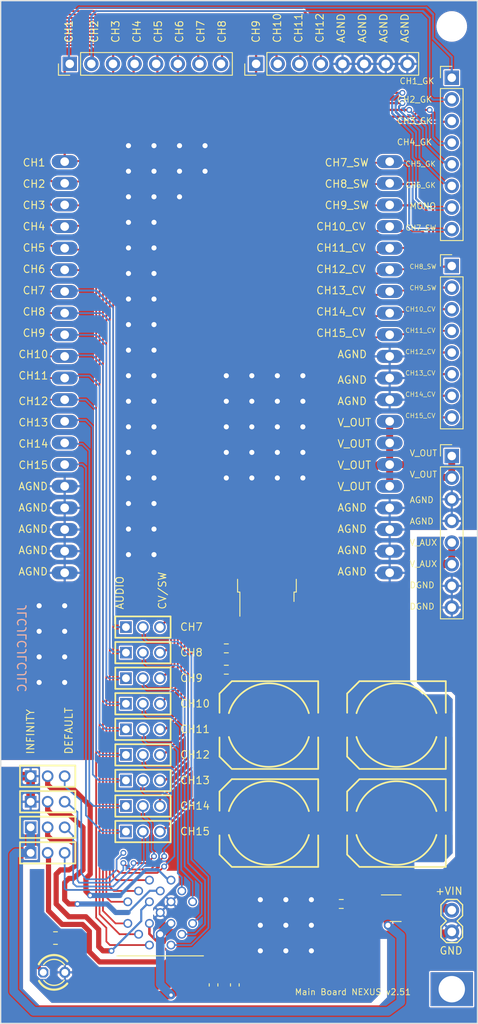
<source format=kicad_pcb>
(kicad_pcb (version 20211014) (generator pcbnew)
  (layers (0 "F.Cu" signal) (31 "B.Cu" signal) (34 "B.Paste" user) (35 "F.Paste" user) (36 "B.SilkS" user "B.Silkscreen") (37 "F.SilkS" user "F.Silkscreen") (38 "B.Mask" user) (39 "F.Mask" user) (44 "Edge.Cuts" user))
  (net 0 "")
  (net 1 "Net-(C2-Pad+)")
  (net 2 "Net-(C3-Pad+)")
  (net 3 "GND")
  (net 4 "Net-(H6-Pad2)")
  (net 5 "Net-(LED1-PadA)")
  (net 6 "CH1")
  (net 7 "CH2")
  (net 8 "CH3")
  (net 9 "CH4")
  (net 10 "CH5")
  (net 11 "CH6")
  (net 12 "CH7")
  (net 13 "CH8")
  (net 14 "CH9")
  (net 15 "CH10")
  (net 16 "CH11")
  (net 17 "CH12")
  (net 18 "CH13")
  (net 19 "CH14")
  (net 20 "CH15")
  (net 21 "V_AUX")
  (net 22 "CH7_SW")
  (net 23 "CH8_SW")
  (net 24 "CH9_SW")
  (net 25 "CH10_CV")
  (net 26 "CH11_CV")
  (net 27 "CH12_CV")
  (net 28 "CH13_CV")
  (net 29 "CH14_CV")
  (net 30 "CH15_CV")
  (net 31 "CH7_A")
  (net 32 "CH8_A")
  (net 33 "CH9_A")
  (net 34 "CH10_A")
  (net 35 "CH11_A")
  (net 36 "CH12_A")
  (net 37 "CH13_A")
  (net 38 "CH14_A")
  (net 39 "CH15_A")
  (net 40 "Net-(JP13-Pad3)")
  (net 41 "Net-(JP12-Pad3)")
  (net 42 "Net-(JP11-Pad3)")
  (net 43 "V_OUT")
  (net 44 "Net-(JP10-Pad3)")
  (footprint "main_board:1X03M" (layer "F.Cu") (at 126.0011 139.0036)
    (fp_text reference "JP12" hide)
    (fp_text value "PINHD-1X03_2.00" hide)
  )
  (footprint "Package_TO_SOT_SMD:TO-252-2" (layer "F.Cu") (at 151.775 111.925 90)
    (fp_text reference "Q2" hide)
    (fp_text value "MJD122" hide)
  )
  (footprint "main_board:1X03M" (layer "F.Cu") (at 137.2011 136.5036)
    (fp_text reference "JP7" hide)
    (fp_text value "PINHD-1X03_2.00" hide)
  )
  (footprint "main_board:1X03M" (layer "F.Cu") (at 137.2011 139.5036)
    (fp_text reference "JP8" hide)
    (fp_text value "PINHD-1X03_2.00" hide)
  )
  (footprint "Connector_PinHeader_2.54mm:PinHeader_1x08_P2.54mm_Vertical" (layer "F.Cu") (at 150.5 52.4 90)
    (fp_text reference "H4" hide)
    (fp_text value "MA08-1" hide)
  )
  (footprint "main_board:1X03M" (layer "F.Cu") (at 126.0011 142.0036)
    (fp_text reference "JP11" hide)
    (fp_text value "PINHD-1X03_2.00" hide)
  )
  (footprint "main_board:1X03M" (layer "F.Cu") (at 137.2011 124.5036)
    (fp_text reference "JP3" hide)
    (fp_text value "PINHD-1X03_2.00" hide)
  )
  (footprint "main_board:19PIN_LEMO" (layer "F.Cu") (at 139.2311 152.0136 -90)
    (fp_text reference "CN1" hide)
    (fp_text value "19PIN_LEMO" hide)
  )
  (footprint "" (layer "F.Cu") (at 173.5011 48.0036)
    (fp_text reference "@HOLE0" hide)
    (fp_text value "" hide)
  )
  (footprint "Connector_PinHeader_2.54mm:PinHeader_1x08_P2.54mm_Vertical" (layer "F.Cu") (at 173.5 54.025)
    (fp_text reference "H17" hide)
    (fp_text value "MA08-1" hide)
  )
  (footprint "main_board:LED3MM" (layer "F.Cu") (at 126.7511 159.0286)
    (fp_text reference "LED1" hide)
    (fp_text value "LED3MM" hide)
  )
  (footprint "Connector_PinHeader_2.54mm:PinHeader_1x08_P2.54mm_Vertical" (layer "F.Cu") (at 173.5 76.125)
    (fp_text reference "H7" hide)
    (fp_text value "MA08-1" hide)
  )
  (footprint "Resistor_SMD:R_0805_2012Metric" (layer "F.Cu") (at 126.9211 155.0036 180)
    (fp_text reference "R4" hide)
    (fp_text value "4.7k" hide)
  )
  (footprint "main_board:1X03M" (layer "F.Cu") (at 137.2011 121.5036)
    (fp_text reference "JP2" hide)
    (fp_text value "PINHD-1X03_2.00" hide)
  )
  (footprint "Capacitor_SMD:C_0603_1608Metric" (layer "F.Cu") (at 148.0011 160.5036 -90)
    (fp_text reference "C6" hide)
    (fp_text value "0.1uF" hide)
  )
  (footprint "" (layer "F.Cu") (at 173.5011 161.0036)
    (fp_text reference "GND_HOLE" hide)
    (fp_text value "" hide)
  )
  (footprint "Connector_PinHeader_2.54mm:PinHeader_1x08_P2.54mm_Vertical" (layer "F.Cu") (at 173.5 98.425)
    (fp_text reference "H8" hide)
    (fp_text value "MA08-1" hide)
  )
  (footprint "main_board:MA20-1" (layer "F.Cu") (at 128.0011 88.0036 -90)
    (fp_text reference "H2" hide)
    (fp_text value "DNP" hide)
  )
  (footprint "main_board:1X03M" (layer "F.Cu") (at 137.2011 130.5036)
    (fp_text reference "JP5" hide)
    (fp_text value "PINHD-1X03_2.00" hide)
  )
  (footprint "main_board:140CLH-1010" (layer "F.Cu") (at 167.0011 141.5036 180)
    (fp_text reference "C2" hide)
    (fp_text value "470uF" hide)
  )
  (footprint "Capacitor_SMD:C_0603_1608Metric" (layer "F.Cu") (at 145.5011 160.5036 -90)
    (fp_text reference "C5" hide)
    (fp_text value "1uF" hide)
  )
  (footprint "main_board:MA02-1" (layer "F.Cu") (at 173.5011 153.0036 90)
    (fp_text reference "H6" hide)
    (fp_text value "MA02-1" hide)
  )
  (footprint "main_board:1X03M" (layer "F.Cu") (at 137.2011 127.5036)
    (fp_text reference "JP4" hide)
    (fp_text value "PINHD-1X03_2.00" hide)
  )
  (footprint "Resistor_SMD:R_0603_1608Metric" (layer "F.Cu") (at 147.0011 121.0036 180)
    (fp_text reference "R3" hide)
    (fp_text value "12k" hide)
  )
  (footprint "Resistor_SMD:R_0603_1608Metric" (layer "F.Cu") (at 160.5111 151.0036)
    (fp_text reference "R1" hide)
    (fp_text value "220R" hide)
  )
  (footprint "main_board:1X03M" (layer "F.Cu") (at 137.2011 142.5036)
    (fp_text reference "JP9" hide)
    (fp_text value "PINHD-1X03_2.00" hide)
  )
  (footprint "main_board:1X03M" (layer "F.Cu") (at 137.2011 133.5036)
    (fp_text reference "JP6" hide)
    (fp_text value "PINHD-1X03_2.00" hide)
  )
  (footprint "main_board:140CLH-1010" (layer "F.Cu") (at 152.0011 141.5036 180)
    (fp_text reference "C4" hide)
    (fp_text value "470uF" hide)
  )
  (footprint "main_board:1X03M" (layer "F.Cu") (at 126.0011 136.0036)
    (fp_text reference "JP13" hide)
    (fp_text value "PINHD-1X03_2.00" hide)
  )
  (footprint "main_board:MA20-1" (layer "F.Cu") (at 166.2011 88.0036 -90)
    (fp_text reference "H1" hide)
    (fp_text value "DNP" hide)
  )
  (footprint "main_board:1X03M" (layer "F.Cu") (at 137.2011 118.5036)
    (fp_text reference "JP1" hide)
    (fp_text value "PINHD-1X03_2.00" hide)
  )
  (footprint "main_board:140CLH-1010" (layer "F.Cu") (at 167.0011 130.0036 180)
    (fp_text reference "C1" hide)
    (fp_text value "470uF" hide)
  )
  (footprint "Connector_PinHeader_2.54mm:PinHeader_1x08_P2.54mm_Vertical" (layer "F.Cu") (at 128.6 52.4 90)
    (fp_text reference "H3" hide)
    (fp_text value "MA08-1" hide)
  )
  (footprint "Package_TO_SOT_SMD:SOT-23" (layer "F.Cu") (at 166.9 151.5)
    (fp_text reference "Q1" hide)
    (fp_text value "DMP3099L" hide)
  )
  (footprint "Resistor_SMD:R_0603_1608Metric" (layer "F.Cu") (at 147.0011 123.5036)
    (fp_text reference "R2" hide)
    (fp_text value "220R" hide)
  )
  (footprint "main_board:1X03M" (layer "F.Cu") (at 126.0011 145.0036)
    (fp_text reference "JP10" hide)
    (fp_text value "PINHD-1X03_2.00" hide)
  )
  (footprint "main_board:140CLH-1010" (layer "F.Cu") (at 152.0011 130.0036 180)
    (fp_text reference "C3" hide)
    (fp_text value "470uF" hide)
  )
  (gr_line (start 120.5011 45.0036) (end 176.5011 45.0036) (layer "Edge.Cuts") (width 0.1))
  (gr_line (start 120.5011 165.0036) (end 176.5011 165.0036) (layer "Edge.Cuts") (width 0.1))
  (gr_line (start 176.5011 165.0036) (end 176.5011 45.0036) (layer "Edge.Cuts") (width 0.1))
  (gr_line (start 120.5011 45.0036) (end 120.5011 165.0036) (layer "Edge.Cuts") (width 0.1))
  (gr_text "JLCJLCJLCJLC" (at 123 121 90) (layer "B.SilkS") (effects (font (size 1 1)) (justify mirror)))
  (gr_text "CH10" (at 153.5011 50.0036 90) (layer "F.SilkS") (effects (font (size 0.88 0.88) (thickness 0.12)) (justify left bottom)))
  (gr_text "CH13_CV" (at 157.5011 79.5036) (layer "F.SilkS") (effects (font (size 0.88 0.88) (thickness 0.12)) (justify left bottom)))
  (gr_text "CH8_SW" (at 168.5011 76.5036) (layer "F.SilkS") (effects (font (size 0.536448 0.536448) (thickness 0.073152)) (justify left bottom)))
  (gr_text "AGND" (at 122.5011 105.0036) (layer "F.SilkS") (effects (font (size 0.88 0.88) (thickness 0.12)) (justify left bottom)))
  (gr_text "AGND" (at 160.0011 110.0036) (layer "F.SilkS") (effects (font (size 0.88 0.88) (thickness 0.12)) (justify left bottom)))
  (gr_text "AGND" (at 160.0011 87.0036) (layer "F.SilkS") (effects (font (size 0.88 0.88) (thickness 0.12)) (justify left bottom)))
  (gr_text "CH10_CV" (at 168.0011 81.5036) (layer "F.SilkS") (effects (font (size 0.536448 0.536448) (thickness 0.073152)) (justify left bottom)))
  (gr_text "AGND" (at 122.5011 112.5036) (layer "F.SilkS") (effects (font (size 0.88 0.88) (thickness 0.12)) (justify left bottom)))
  (gr_text "V_OUT" (at 160.0011 100.0036) (layer "F.SilkS") (effects (font (size 0.88 0.88) (thickness 0.12)) (justify left bottom)))
  (gr_text "CH1_GK" (at 171.5011 54.0036) (layer "F.SilkS") (effects (font (size 0.704 0.704) (thickness 0.096)) (justify right top)))
  (gr_text "CH15_CV" (at 168.0011 94.0036) (layer "F.SilkS") (effects (font (size 0.536448 0.536448) (thickness 0.073152)) (justify left bottom)))
  (gr_text "CH10" (at 141.5011 128.0036) (layer "F.SilkS") (effects (font (size 0.88 0.88) (thickness 0.12)) (justify left bottom)))
  (gr_text "AGND" (at 160.0011 105.0036) (layer "F.SilkS") (effects (font (size 0.88 0.88) (thickness 0.12)) (justify left bottom)))
  (gr_text "DEFAULT" (at 129.0011 133.5036 90) (layer "F.SilkS") (effects (font (size 0.88 0.88) (thickness 0.12)) (justify left bottom)))
  (gr_text "CH9_SW" (at 168.5011 79.0036) (layer "F.SilkS") (effects (font (size 0.536448 0.536448) (thickness 0.073152)) (justify left bottom)))
  (gr_text "AGND" (at 122.5011 110.0036) (layer "F.SilkS") (effects (font (size 0.88 0.88) (thickness 0.12)) (justify left bottom)))
  (gr_text "+VIN" (at 171.5011 150.0036) (layer "F.SilkS") (effects (font (size 0.88 0.88) (thickness 0.12)) (justify left bottom)))
  (gr_text "V_OUT" (at 168.5011 98.5036) (layer "F.SilkS") (effects (font (size 0.715264 0.715264) (thickness 0.097536)) (justify left bottom)))
  (gr_text "CH8" (at 123.0011 82.0036) (layer "F.SilkS") (effects (font (size 0.88 0.88) (thickness 0.12)) (justify left bottom)))
  (gr_text "CH3_GK" (at 167.0011 59.5036) (layer "F.SilkS") (effects (font (size 0.715264 0.715264) (thickness 0.097536)) (justify left bottom)))
  (gr_text "CH8" (at 141.5011 122.0036) (layer "F.SilkS") (effects (font (size 0.88 0.88) (thickness 0.12)) (justify left bottom)))
  (gr_text "CH4" (at 123.0011 72.0036) (layer "F.SilkS") (effects (font (size 0.88 0.88) (thickness 0.12)) (justify left bottom)))
  (gr_text "CH2" (at 132.0011 50.0036 90) (layer "F.SilkS") (effects (font (size 0.88 0.88) (thickness 0.12)) (justify left bottom)))
  (gr_text "CH3" (at 134.5011 50.0036 90) (layer "F.SilkS") (effects (font (size 0.88 0.88) (thickness 0.12)) (justify left bottom)))
  (gr_text "INFINITY" (at 124.5011 133.5036 90) (layer "F.SilkS") (effects (font (size 0.88 0.88) (thickness 0.12)) (justify left bottom)))
  (gr_text "V_OUT" (at 160.0011 97.5036) (layer "F.SilkS") (effects (font (size 0.88 0.88) (thickness 0.12)) (justify left bottom)))
  (gr_text "CH8" (at 147.0011 50.0036 90) (layer "F.SilkS") (effects (font (size 0.88 0.88) (thickness 0.12)) (justify left bottom)))
  (gr_text "CH1" (at 123.0011 64.5036) (layer "F.SilkS") (effects (font (size 0.88 0.88) (thickness 0.12)) (justify left bottom)))
  (gr_text "CH13" (at 141.5011 137.0036) (layer "F.SilkS") (effects (font (size 0.88 0.88) (thickness 0.12)) (justify left bottom)))
  (gr_text "CH9" (at 123.0011 84.5036) (layer "F.SilkS") (effects (font (size 0.88 0.88) (thickness 0.12)) (justify left bottom)))
  (gr_text "AGND" (at 168.5011 104.0036) (layer "F.SilkS") (effects (font (size 0.715264 0.715264) (thickness 0.097536)) (justify left bottom)))
  (gr_text "CH11" (at 122.5011 89.5036) (layer "F.SilkS") (effects (font (size 0.88 0.88) (thickness 0.12)) (justify left bottom)))
  (gr_text "CH10_CV" (at 157.5011 72.0036) (layer "F.SilkS") (effects (font (size 0.88 0.88) (thickness 0.12)) (justify left bottom)))
  (gr_text "Main Board NEXUS v2.51" (at 155.0011 161.7536) (layer "F.SilkS") (effects (font (size 0.715264 0.715264) (thickness 0.097536)) (justify left bottom)))
  (gr_text "CH7_SW" (at 168.0011 72.0036) (layer "F.SilkS") (effects (font (size 0.616 0.616) (thickness 0.084)) (justify left bottom)))
  (gr_text "CH3" (at 123.0011 69.5036) (layer "F.SilkS") (effects (font (size 0.88 0.88) (thickness 0.12)) (justify left bottom)))
  (gr_text "CH13" (at 122.5011 95.0036) (layer "F.SilkS") (effects (font (size 0.88 0.88) (thickness 0.12)) (justify left bottom)))
  (gr_text "CH12_CV" (at 168.0011 86.5036) (layer "F.SilkS") (effects (font (size 0.536448 0.536448) (thickness 0.073152)) (justify left bottom)))
  (gr_text "DGND" (at 168.5011 116.5036) (layer "F.SilkS") (effects (font (size 0.715264 0.715264) (thickness 0.097536)) (justify left bottom)))
  (gr_text "CH1" (at 129.0011 50.0036 90) (layer "F.SilkS") (effects (font (size 0.88 0.88) (thickness 0.12)) (justify left bottom)))
  (gr_text "AGND" (at 161.0011 50.0036 90) (layer "F.SilkS") (effects (font (size 0.88 0.88) (thickness 0.12)) (justify left bottom)))
  (gr_text "CH7" (at 141.5011 119.0036) (layer "F.SilkS") (effects (font (size 0.88 0.88) (thickness 0.12)) (justify left bottom)))
  (gr_text "CH12" (at 158.5011 50.0036 90) (layer "F.SilkS") (effects (font (size 0.88 0.88) (thickness 0.12)) (justify left bottom)))
  (gr_text "CH12_CV" (at 157.5011 77.0036) (layer "F.SilkS") (effects (font (size 0.88 0.88) (thickness 0.12)) (justify left bottom)))
  (gr_text "CH11" (at 156.0011 50.0036 90) (layer "F.SilkS") (effects (font (size 0.88 0.88) (thickness 0.12)) (justify left bottom)))
  (gr_text "CH7_SW" (at 158.5011 64.5036) (layer "F.SilkS") (effects (font (size 0.88 0.88) (thickness 0.12)) (justify left bottom)))
  (gr_text "CH4" (at 137.0011 50.0036 90) (layer "F.SilkS") (effects (font (size 0.88 0.88) (thickness 0.12)) (justify left bottom)))
  (gr_text "AGND" (at 163.5011 50.0036 90) (layer "F.SilkS") (effects (font (size 0.88 0.88) (thickness 0.12)) (justify left bottom)))
  (gr_text "CH4_GK" (at 167.0011 62.0036) (layer "F.SilkS") (effects (font (size 0.715264 0.715264) (thickness 0.097536)) (justify left bottom)))
  (gr_text "CH2" (at 123.0011 67.0036) (layer "F.SilkS") (effects (font (size 0.88 0.88) (thickness 0.12)) (justify left bottom)))
  (gr_text "AGND" (at 122.5011 102.5036) (layer "F.SilkS") (effects (font (size 0.88 0.88) (thickness 0.12)) (justify left bottom)))
  (gr_text "GND" (at 172.0011 157.0036) (layer "F.SilkS") (effects (font (size 0.88 0.88) (thickness 0.12)) (justify left bottom)))
  (gr_text "CH15" (at 122.5011 100.0036) (layer "F.SilkS") (effects (font (size 0.88 0.88) (thickness 0.12)) (justify left bottom)))
  (gr_text "AGND" (at 160.0011 92.5036) (layer "F.SilkS") (effects (font (size 0.88 0.88) (thickness 0.12)) (justify left bottom)))
  (gr_text "AGND" (at 160.0011 112.5036) (layer "F.SilkS") (effects (font (size 0.88 0.88) (thickness 0.12)) (justify left bottom)))
  (gr_text "MONO" (at 168.5011 69.5036) (layer "F.SilkS") (effects (font (size 0.715264 0.715264) (thickness 0.097536)) (justify left bottom)))
  (gr_text "V_OUT" (at 168.5011 101.0036) (layer "F.SilkS") (effects (font (size 0.715264 0.715264) (thickness 0.097536)) (justify left bottom)))
  (gr_text "V_OUT" (at 160.0011 102.5036) (layer "F.SilkS") (effects (font (size 0.88 0.88) (thickness 0.12)) (justify left bottom)))
  (gr_text "CH15" (at 141.5011 143.0036) (layer "F.SilkS") (effects (font (size 0.88 0.88) (thickness 0.12)) (justify left bottom)))
  (gr_text "CH12" (at 122.5011 92.5036) (layer "F.SilkS") (effects (font (size 0.88 0.88) (thickness 0.12)) (justify left bottom)))
  (gr_text "AGND" (at 166.0011 50.0036 90) (layer "F.SilkS") (effects (font (size 0.88 0.88) (thickness 0.12)) (justify left bottom)))
  (gr_text "CH6_GK" (at 168.0011 67.0036) (layer "F.SilkS") (effects (font (size 0.616 0.616) (thickness 0.084)) (justify left bottom)))
  (gr_text "V_AUX" (at 168.5011 111.5036) (layer "F.SilkS") (effects (font (size 0.715264 0.715264) (thickness 0.097536)) (justify left bottom)))
  (gr_text "CH14" (at 141.5011 140.0036) (layer "F.SilkS") (effects (font (size 0.88 0.88) (thickness 0.12)) (justify left bottom)))
  (gr_text "CH7" (at 144.5011 50.0036 90) (layer "F.SilkS") (effects (font (size 0.88 0.88) (thickness 0.12)) (justify left bottom)))
  (gr_text "DGND" (at 168.5011 114.0036) (layer "F.SilkS") (effects (font (size 0.715264 0.715264) (thickness 0.097536)) (justify left bottom)))
  (gr_text "CH9" (at 141.5011 125.0036) (layer "F.SilkS") (effects (font (size 0.88 0.88) (thickness 0.12)) (justify left bottom)))
  (gr_text "CH11" (at 141.5011 131.0036) (layer "F.SilkS") (effects (font (size 0.88 0.88) (thickness 0.12)) (justify left bottom)))
  (gr_text "CH12" (at 141.5011 134.0036) (layer "F.SilkS") (effects (font (size 0.88 0.88) (thickness 0.12)) (justify left bottom)))
  (gr_text "CH6" (at 123.0011 77.0036) (layer "F.SilkS") (effects (font (size 0.88 0.88) (thickness 0.12)) (justify left bottom)))
  (gr_text "CH11_CV" (at 157.5011 74.5036) (layer "F.SilkS") (effects (font (size 0.88 0.88) (thickness 0.12)) (justify left bottom)))
  (gr_text "AGND" (at 122.5011 107.5036) (layer "F.SilkS") (effects (font (size 0.88 0.88) (thickness 0.12)) (justify left bottom)))
  (gr_text "AGND" (at 160.0011 90.0036) (layer "F.SilkS") (effects (font (size 0.88 0.88) (thickness 0.12)) (justify left bottom)))
  (gr_text "CH5_GK" (at 168.0011 64.5036) (layer "F.SilkS") (effects (font (size 0.616 0.616) (thickness 0.084)) (justify left bottom)))
  (gr_text "CV/SW" (at 140.0011 116.5036 90) (layer "F.SilkS") (effects (font (size 0.88 0.88) (thickness 0.12)) (justify left bottom)))
  (gr_text "CH14_CV" (at 168.0011 91.5036) (layer "F.SilkS") (effects (font (size 0.536448 0.536448) (thickness 0.073152)) (justify left bottom)))
  (gr_text "V_OUT" (at 160.0011 95.0036) (layer "F.SilkS") (effects (font (size 0.88 0.88) (thickness 0.12)) (justify left bottom)))
  (gr_text "CH14" (at 122.5011 97.5036) (layer "F.SilkS") (effects (font (size 0.88 0.88) (thickness 0.12)) (justify left bottom)))
  (gr_text "AGND" (at 168.5011 50.0036 90) (layer "F.SilkS") (effects (font (size 0.88 0.88) (thickness 0.12)) (justify left bottom)))
  (gr_text "CH9" (at 151.0011 50.0036 90) (layer "F.SilkS") (effects (font (size 0.88 0.88) (thickness 0.12)) (justify left bottom)))
  (gr_text "CH7" (at 123.0011 79.5036) (layer "F.SilkS") (effects (font (size 0.88 0.88) (thickness 0.12)) (justify left bottom)))
  (gr_text "CH9_SW" (at 158.5011 69.5036) (layer "F.SilkS") (effects (font (size 0.88 0.88) (thickness 0.12)) (justify left bottom)))
  (gr_text "CH2_GK" (at 167.0011 57.0036) (layer "F.SilkS") (effects (font (size 0.715264 0.715264) (thickness 0.097536)) (justify left bottom)))
  (gr_text "V_AUX" (at 168.5011 109.0036) (layer "F.SilkS") (effects (font (size 0.715264 0.715264) (thickness 0.097536)) (justify left bottom)))
  (gr_text "CH14_CV" (at 157.5011 82.0036) (layer "F.SilkS") (effects (font (size 0.88 0.88) (thickness 0.12)) (justify left bottom)))
  (gr_text "CH15_CV" (at 157.5011 84.5036) (layer "F.SilkS") (effects (font (size 0.88 0.88) (thickness 0.12)) (justify left bottom)))
  (gr_text "CH5" (at 139.5011 50.0036 90) (layer "F.SilkS") (effects (font (size 0.88 0.88) (thickness 0.12)) (justify left bottom)))
  (gr_text "AGND" (at 160.0011 107.5036) (layer "F.SilkS") (effects (font (size 0.88 0.88) (thickness 0.12)) (justify left bottom)))
  (gr_text "CH11_CV" (at 168.0011 84.0036) (layer "F.SilkS") (effects (font (size 0.536448 0.536448) (thickness 0.073152)) (justify left bottom)))
  (gr_text "CH6" (at 142.0011 50.0036 90) (layer "F.SilkS") (effects (font (size 0.88 0.88) (thickness 0.12)) (justify left bottom)))
  (gr_text "CH10" (at 122.5011 87.0036) (layer "F.SilkS") (effects (font (size 0.88 0.88) (thickness 0.12)) (justify left bottom)))
  (gr_text "AGND" (at 168.5011 106.5036) (layer "F.SilkS") (effects (font (size 0.715264 0.715264) (thickness 0.097536)) (justify left bottom)))
  (gr_text "CH5" (at 123.0011 74.5036) (layer "F.SilkS") (effects (font (size 0.88 0.88) (thickness 0.12)) (justify left bottom)))
  (gr_text "CH8_SW" (at 158.5011 67.0036) (layer "F.SilkS") (effects (font (size 0.88 0.88) (thickness 0.12)) (justify left bottom)))
  (gr_text "AUDIO" (at 135.0011 116.5036 90) (layer "F.SilkS") (effects (font (size 0.88 0.88) (thickness 0.12)) (justify left bottom)))
  (gr_text "CH13_CV" (at 168.0011 89.0036) (layer "F.SilkS") (effects (font (size 0.536448 0.536448) (thickness 0.073152)) (justify left bottom)))
  (segment (start 159.5 124.7) (end 158.3036 123.5036) (width 1) (layer "F.Cu") (net 1))
  (segment (start 159.6611 147.8436) (end 163.0011 144.5036) (width 1) (layer "F.Cu") (net 1))
  (segment (start 159.5 135.5025) (end 159.5 124.7) (width 1) (layer "F.Cu") (net 1))
  (segment (start 161.5011 142.0036) (end 161.5011 137.5036) (width 1) (layer "F.Cu") (net 1))
  (segment (start 158.3036 123.5036) (end 147.8511 123.5036) (width 1) (layer "F.Cu") (net 1))
  (segment (start 163.0011 144.5036) (end 163.0011 141.6536) (width 1) (layer "F.Cu") (net 1))
  (segment (start 159.6611 151.0036) (end 159.6611 147.8436) (width 1) (layer "F.Cu") (net 1))
  (segment (start 161.5011 137.5036) (end 159.5 135.5025) (width 1) (layer "F.Cu") (net 1))
  (segment (start 146 119.5047) (end 146.5011 119.0036) (width 1) (layer "F.Cu") (net 2))
  (segment (start 146.0011 126.5036) (end 146.0011 123.6536) (width 1) (layer "F.Cu") (net 2))
  (segment (start 146.1511 123.5036) (end 146 123.3525) (width 1) (layer "F.Cu") (net 2))
  (segment (start 146 123.3525) (end 146 119.5047) (width 1) (layer "F.Cu") (net 2))
  (segment (start 147.8511 130.0036) (end 147.8511 128.3536) (width 1) (layer "F.Cu") (net 2))
  (segment (start 146.5011 119.0036) (end 149.0011 119.0036) (width 1) (layer "F.Cu") (net 2))
  (segment (start 149.5011 118.5036) (end 149.5011 116.2636) (width 1) (layer "F.Cu") (net 2))
  (segment (start 147.8511 128.3536) (end 146.0011 126.5036) (width 1) (layer "F.Cu") (net 2))
  (segment (start 149.0011 119.0036) (end 149.5011 118.5036) (width 1) (layer "F.Cu") (net 2))
  (segment (start 166.5011 163.6036) (end 168.0011 162.5036) (width 1.016) (layer "F.Cu") (net 3))
  (segment (start 168.0011 156.0036) (end 169.5011 154.5036) (width 1.016) (layer "F.Cu") (net 3))
  (segment (start 124.0011 136.0036) (end 124.0011 139.0036) (width 1.016) (layer "F.Cu") (net 3))
  (segment (start 168.0011 162.5036) (end 168.0011 156.0036) (width 1.016) (layer "F.Cu") (net 3))
  (segment (start 169.5011 154.5036) (end 173.2711 154.5036) (width 1.016) (layer "F.Cu") (net 3))
  (segment (start 122.0011 161.5036) (end 124.5011 163.6036) (width 1.016) (layer "F.Cu") (net 3))
  (segment (start 124.5011 163.6036) (end 166.5011 163.6036) (width 1.016) (layer "F.Cu") (net 3))
  (segment (start 122.5011 136.0036) (end 122.0011 136.5036) (width 1.016) (layer "F.Cu") (net 3))
  (segment (start 124.0011 136.0036) (end 122.5011 136.0036) (width 1.016) (layer "F.Cu") (net 3))
  (segment (start 122.0011 136.5036) (end 122.0011 161.5036) (width 1.016) (layer "F.Cu") (net 3))
  (via (at 128 119) (size 1) (drill 0.6) (layers "F.Cu" "B.Cu") (net 3))
  (via (at 151 150.5) (size 1) (drill 0.6) (layers "F.Cu" "B.Cu") (net 3))
  (via (at 157 150.5) (size 1) (drill 0.6) (layers "F.Cu" "B.Cu") (net 3))
  (via (at 135.5 95) (size 1) (drill 0.6) (layers "F.Cu" "B.Cu") (net 3))
  (via (at 135.5 65) (size 1) (drill 0.6) (layers "F.Cu" "B.Cu") (net 3))
  (via (at 154 156.5) (size 1) (drill 0.6) (layers "F.Cu" "B.Cu") (net 3))
  (via (at 138.5 107) (size 1) (drill 0.6) (layers "F.Cu" "B.Cu") (net 3))
  (via (at 147 101) (size 1) (drill 0.6) (layers "F.Cu" "B.Cu") (net 3))
  (via (at 147 89) (size 1) (drill 0.6) (layers "F.Cu" "B.Cu") (net 3))
  (via (at 141.5 62) (size 1) (drill 0.6) (layers "F.Cu" "B.Cu") (net 3))
  (via (at 135.5 101) (size 1) (drill 0.6) (layers "F.Cu" "B.Cu") (net 3))
  (via (at 151 156.5) (size 1) (drill 0.6) (layers "F.Cu" "B.Cu") (net 3))
  (via (at 138.5 80) (size 1) (drill 0.6) (layers "F.Cu" "B.Cu") (net 3))
  (via (at 125 116) (size 1) (drill 0.6) (layers "F.Cu" "B.Cu") (net 3))
  (via (at 138.5 86) (size 1) (drill 0.6) (layers "F.Cu" "B.Cu") (net 3))
  (via (at 135.5 107) (size 1) (drill 0.6) (layers "F.Cu" "B.Cu") (net 3))
  (via (at 138.5 71) (size 1) (drill 0.6) (layers "F.Cu" "B.Cu") (net 3))
  (via (at 147 95) (size 1) (drill 0.6) (layers "F.Cu" "B.Cu") (net 3))
  (via (at 135.5 92) (size 1) (drill 0.6) (layers "F.Cu" "B.Cu") (net 3))
  (via (at 150 89) (size 1) (drill 0.6) (layers "F.Cu" "B.Cu") (net 3))
  (via (at 138.5 77) (size 1) (drill 0.6) (layers "F.Cu" "B.Cu") (net 3))
  (via (at 138.5 74) (size 1) (drill 0.6) (layers "F.Cu" "B.Cu") (net 3))
  (via (at 157 156.5) (size 1) (drill 0.6) (layers "F.Cu" "B.Cu") (net 3))
  (via (at 128 116) (size 1) (drill 0.6) (layers "F.Cu" "B.Cu") (net 3))
  (via (at 150 95) (size 1) (drill 0.6) (layers "F.Cu" "B.Cu") (net 3))
  (via (at 150 92) (size 1) (drill 0.6) (layers "F.Cu" "B.Cu") (net 3))
  (via (at 138.5 104) (size 1) (drill 0.6) (layers "F.Cu" "B.Cu") (net 3))
  (via (at 153 98) (size 1) (drill 0.6) (layers "F.Cu" "B.Cu") (net 3))
  (via (at 144.5 65) (size 1) (drill 0.6) (layers "F.Cu" "B.Cu") (net 3))
  (via (at 135.5 83) (size 1) (drill 0.6) (layers "F.Cu" "B.Cu") (net 3))
  (via (at 154 150.5) (size 1) (drill 0.6) (layers "F.Cu" "B.Cu") (net 3))
  (via (at 135.5 62) (size 1) (drill 0.6) (layers "F.Cu" "B.Cu") (net 3))
  (via (at 135.5 74) (size 1) (drill 0.6) (layers "F.Cu" "B.Cu") (net 3))
  (via (at 128 125) (size 1) (drill 0.6) (layers "F.Cu" "B.Cu") (net 3))
  (via (at 138.5 68) (size 1) (drill 0.6) (layers "F.Cu" "B.Cu") (net 3))
  (via (at 138.5 95) (size 1) (drill 0.6) (layers "F.Cu" "B.Cu") (net 3))
  (via (at 128 122) (size 1) (drill 0.6) (layers "F.Cu" "B.Cu") (net 3))
  (via (at 153 92) (size 1) (drill 0.6) (layers "F.Cu" "B.Cu") (net 3))
  (via (at 151 153.5) (size 1) (drill 0.6) (layers "F.Cu" "B.Cu") (net 3))
  (via (at 156 98) (size 1) (drill 0.6) (layers "F.Cu" "B.Cu") (net 3))
  (via (at 135.5 89) (size 1) (drill 0.6) (layers "F.Cu" "B.Cu") (net 3))
  (via (at 125 122) (size 1) (drill 0.6) (layers "F.Cu" "B.Cu") (net 3))
  (via (at 156 92) (size 1) (drill 0.6) (layers "F.Cu" "B.Cu") (net 3))
  (via (at 138.5 110) (size 1) (drill 0.6) (layers "F.Cu" "B.Cu") (net 3))
  (via (at 154 153.5) (size 1) (drill 0.6) (layers "F.Cu" "B.Cu") (net 3))
  (via (at 138.5 98) (size 1) (drill 0.6) (layers "F.Cu" "B.Cu") (net 3))
  (via (at 150 101) (size 1) (drill 0.6) (layers "F.Cu" "B.Cu") (net 3))
  (via (at 125 119) (size 1) (drill 0.6) (layers "F.Cu" "B.Cu") (net 3))
  (via (at 135.5 86) (size 1) (drill 0.6) (layers "F.Cu" "B.Cu") (net 3))
  (via (at 138.5 83) (size 1) (drill 0.6) (layers "F.Cu" "B.Cu") (net 3))
  (via (at 135.5 80) (size 1) (drill 0.6) (layers "F.Cu" "B.Cu") (net 3))
  (via (at 150 98) (size 1) (drill 0.6) (layers "F.Cu" "B.Cu") (net 3))
  (via (at 141.5 65) (size 1) (drill 0.6) (layers "F.Cu" "B.Cu") (net 3))
  (via (at 138.5 65) (size 1) (drill 0.6) (layers "F.Cu" "B.Cu") (net 3))
  (via (at 144.5 62) (size 1) (drill 0.6) (layers "F.Cu" "B.Cu") (net 3))
  (via (at 147 92) (size 1) (drill 0.6) (layers "F.Cu" "B.Cu") (net 3))
  (via (at 138.5 89) (size 1) (drill 0.6) (layers "F.Cu" "B.Cu") (net 3))
  (via (at 153 95) (size 1) (drill 0.6) (layers "F.Cu" "B.Cu") (net 3))
  (via (at 138.5 92) (size 1) (drill 0.6) (layers "F.Cu" "B.Cu") (net 3))
  (via (at 135.5 68) (size 1) (drill 0.6) (layers "F.Cu" "B.Cu") (net 3))
  (via (at 157 153.5) (size 1) (drill 0.6) (layers "F.Cu" "B.Cu") (net 3))
  (via (at 147 98) (size 1) (drill 0.6) (layers "F.Cu" "B.Cu") (net 3))
  (via (at 156 101) (size 1) (drill 0.6) (layers "F.Cu" "B.Cu") (net 3))
  (via (at 138.5 101) (size 1) (drill 0.6) (layers "F.Cu" "B.Cu") (net 3))
  (via (at 141.5 68) (size 1) (drill 0.6) (layers "F.Cu" "B.Cu") (net 3))
  (via (at 153 89) (size 1) (drill 0.6) (layers "F.Cu" "B.Cu") (net 3))
  (via (at 153 101) (size 1) (drill 0.6) (layers "F.Cu" "B.Cu") (net 3))
  (via (at 138.5 62) (size 1) (drill 0.6) (layers "F.Cu" "B.Cu") (net 3))
  (via (at 135.5 77) (size 1) (drill 0.6) (layers "F.Cu" "B.Cu") (net 3))
  (via (at 125 125) (size 1) (drill 0.6) (layers "F.Cu" "B.Cu") (net 3))
  (via (at 135.5 71) (size 1) (drill 0.6) (layers "F.Cu" "B.Cu") (net 3))
  (via (at 156 89) (size 1) (drill 0.6) (layers "F.Cu" "B.Cu") (net 3))
  (via (at 135.5 98) (size 1) (drill 0.6) (layers "F.Cu" "B.Cu") (net 3))
  (via (at 156 95) (size 1) (drill 0.6) (layers "F.Cu" "B.Cu") (net 3))
  (via (at 135.5 104) (size 1) (drill 0.6) (layers "F.Cu" "B.Cu") (net 3))
  (via (at 135.5 110) (size 1) (drill 0.6) (layers "F.Cu" "B.Cu") (net 3))
  (segment (start 173.2711 151.5036) (end 168.1011 151.5036) (width 1) (layer "F.Cu") (net 4))
  (segment (start 173.5011 151.7336) (end 173.2711 151.5036) (width 1) (layer "F.Cu") (net 4))
  (segment (start 125.0086 156.0036) (end 126.0086 155.0036) (width 0.4064) (layer "F.Cu") (net 5))
  (segment (start 125.0011 158.5486) (end 125.4811 159.0286) (width 0.4064) (layer "F.Cu") (net 5))
  (segment (start 125.0011 156.0036) (end 125.0086 156.0036) (width 0.4064) (layer "F.Cu") (net 5))
  (segment (start 125.0011 156.0036) (end 125.0011 158.5486) (width 0.4064) (layer "F.Cu") (net 5))
  (segment (start 133.7011 65.8036) (end 131.7011 63.8036) (width 0.2032) (layer "F.Cu") (net 6))
  (segment (start 137.9611 148.2036) (end 134.1011 148.2036) (width 0.2032) (layer "F.Cu") (net 6))
  (segment (start 133.7011 147.8036) (end 133.7011 65.8036) (width 0.2032) (layer "F.Cu") (net 6))
  (segment (start 128.0011 63.8736) (end 128.0011 52.6136) (width 0.254) (layer "F.Cu") (net 6))
  (segment (start 131.7011 63.8036) (end 128.0711 63.8036) (width 0.2032) (layer "F.Cu") (net 6))
  (segment (start 134.1011 148.2036) (end 133.7011 147.8036) (width 0.2032) (layer "F.Cu") (net 6))
  (segment (start 173.5011 51.6036) (end 171.3011 49.4036) (width 0.254) (layer "B.Cu") (net 6))
  (segment (start 129.7011 45.8036) (end 128.5011 47.0036) (width 0.254) (layer "B.Cu") (net 6))
  (segment (start 170.5011 45.8036) (end 129.7011 45.8036) (width 0.2032) (layer "B.Cu") (net 6))
  (segment (start 173.5011 54.1136) (end 173.5011 51.6036) (width 0.254) (layer "B.Cu") (net 6))
  (segment (start 128.5011 47.0036) (end 128.5011 51.8936) (width 0.254) (layer "B.Cu") (net 6))
  (segment (start 171.3011 49.4036) (end 171.3011 46.6036) (width 0.2032) (layer "B.Cu") (net 6))
  (segment (start 171.3011 46.6036) (end 170.5011 45.8036) (width 0.254) (layer "B.Cu") (net 6))
  (segment (start 133.3011 67.4036) (end 132.1011 66.2036) (width 0.2032) (layer "F.Cu") (net 7))
  (segment (start 131.3011 50.6036) (end 131.3011 51.8536) (width 0.254) (layer "F.Cu") (net 7))
  (segment (start 126.7111 66.4136) (end 126.1011 65.8036) (width 0.2032) (layer "F.Cu") (net 7))
  (segment (start 127.3011 50.2036) (end 130.9011 50.2036) (width 0.2032) (layer "F.Cu") (net 7))
  (segment (start 132.1011 66.2036) (end 128.2111 66.2036) (width 0.2032) (layer "F.Cu") (net 7))
  (segment (start 133.3011 149.0036) (end 133.3011 67.4036) (width 0.2032) (layer "F.Cu") (net 7))
  (segment (start 133.7711 149.4736) (end 133.3011 149.0036) (width 0.2032) (layer "F.Cu") (net 7))
  (segment (start 126.1011 65.8036) (end 126.1011 51.4036) (width 0.2032) (layer "F.Cu") (net 7))
  (segment (start 136.6911 149.4736) (end 133.7711 149.4736) (width 0.2032) (layer "F.Cu") (net 7))
  (segment (start 126.1011 51.4036) (end 127.3011 50.2036) (width 0.2032) (layer "F.Cu") (net 7))
  (segment (start 130.9011 50.2036) (end 131.3011 50.6036) (width 0.254) (layer "F.Cu") (net 7))
  (segment (start 170.9011 47.0036) (end 170.9011 56.2036) (width 0.2032) (layer "B.Cu") (net 7))
  (segment (start 171.3011 56.6036) (end 173.4511 56.6036) (width 0.254) (layer "B.Cu") (net 7))
  (segment (start 131.7011 46.2036) (end 170.1011 46.2036) (width 0.2032) (layer "B.Cu") (net 7))
  (segment (start 131.1511 52.5036) (end 131.1511 46.7536) (width 0.254) (layer "B.Cu") (net 7))
  (segment (start 131.1511 46.7536) (end 131.7011 46.2036) (width 0.254) (layer "B.Cu") (net 7))
  (segment (start 170.1011 46.2036) (end 170.9011 47.0036) (width 0.254) (layer "B.Cu") (net 7))
  (segment (start 170.9011 56.2036) (end 171.3011 56.6036) (width 0.254) (layer "B.Cu") (net 7))
  (segment (start 125.7011 51.0036) (end 126.9011 49.8036) (width 0.2032) (layer "F.Cu") (net 8))
  (segment (start 128.0011 68.9536) (end 126.4511 68.9536) (width 0.2032) (layer "F.Cu") (net 8))
  (segment (start 133.7011 50.2036) (end 133.7011 51.9936) (width 0.254) (layer "F.Cu") (net 8))
  (segment (start 135.7936 59.1936) (end 133.7011 57.1011) (width 0.254) (layer "F.Cu") (net 8))
  (segment (start 135.4211 150.7436) (end 133.4411 150.7436) (width 0.2032) (layer "F.Cu") (net 8))
  (segment (start 133.7011 57.1011) (end 133.7011 52.0136) (width 0.254) (layer "F.Cu") (net 8))
  (segment (start 125.7011 68.2036) (end 125.7011 51.0036) (width 0.2032) (layer "F.Cu") (net 8))
  (segment (start 126.9011 49.8036) (end 133.3011 49.8036) (width 0.2032) (layer "F.Cu") (net 8))
  (segment (start 133.3011 49.8036) (end 133.7011 50.2036) (width 0.254) (layer "F.Cu") (net 8))
  (segment (start 132.9011 69.8036) (end 132.1011 69.0036) (width 0.2032) (layer "F.Cu") (net 8))
  (segment (start 132.9011 150.2036) (end 132.9011 69.8036) (width 0.2032) (layer "F.Cu") (net 8))
  (segment (start 133.4411 150.7436) (end 132.9011 150.2036) (width 0.2032) (layer "F.Cu") (net 8))
  (segment (start 132.1011 69.0036) (end 128.0511 69.0036) (width 0.2032) (layer "F.Cu") (net 8))
  (segment (start 173.5011 59.1936) (end 135.7936 59.1936) (width 0.254) (layer "F.Cu") (net 8))
  (segment (start 126.4511 68.9536) (end 125.7011 68.2036) (width 0.2032) (layer "F.Cu") (net 8))
  (segment (start 135.7011 49.4036) (end 136.1011 49.8036) (width 0.254) (layer "F.Cu") (net 9))
  (segment (start 170.9011 57.8036) (end 169.7011 57.8036) (width 0.254) (layer "F.Cu") (net 9))
  (segment (start 126.5911 71.4936) (end 125.3011 70.2036) (width 0.2032) (layer "F.Cu") (net 9))
  (segment (start 125.3011 50.2036) (end 126.1011 49.4036) (width 0.2032) (layer "F.Cu") (net 9))
  (segment (start 133.9811 153.2836) (end 132.5011 151.8036) (width 0.2032) (layer "F.Cu") (net 9))
  (segment (start 136.1011 56.3011) (end 136.1011 52.1336) (width 0.254) (layer "F.Cu") (net 9))
  (segment (start 168.9011 58.6036) (end 138.4036 58.6036) (width 0.254) (layer "F.Cu") (net 9))
  (segment (start 132.5011 151.8036) (end 132.5011 72.2036) (width 0.2032) (layer "F.Cu") (net 9))
  (segment (start 169.7011 57.8036) (end 168.9011 58.6036) (width 0.254) (layer "F.Cu") (net 9))
  (segment (start 138.4036 58.6036) (end 136.1011 56.3011) (width 0.254) (layer "F.Cu") (net 9))
  (segment (start 136.1011 49.8036) (end 136.1011 51.8736) (width 0.254) (layer "F.Cu") (net 9))
  (segment (start 131.7011 71.4036) (end 128.0911 71.4036) (width 0.2032) (layer "F.Cu") (net 9))
  (segment (start 125.3011 70.2036) (end 125.3011 50.2036) (width 0.2032) (layer "F.Cu") (net 9))
  (segment (start 135.4211 153.2836) (end 133.9811 153.2836) (width 0.2032) (layer "F.Cu") (net 9))
  (segment (start 126.1011 49.4036) (end 135.7011 49.4036) (width 0.2032) (layer "F.Cu") (net 9))
  (segment (start 132.5011 72.2036) (end 131.7011 71.4036) (width 0.2032) (layer "F.Cu") (net 9))
  (via (at 170.9011 57.8036) (size 0.7048) (drill 0.4) (layers "F.Cu" "B.Cu") (net 9))
  (segment (start 171.3011 58.2036) (end 170.9011 57.8036) (width 0.254) (layer "B.Cu") (net 9))
  (segment (start 172.0311 61.7336) (end 171.3011 61.0036) (width 0.254) (layer "B.Cu") (net 9))
  (segment (start 171.3011 61.0036) (end 171.3011 58.2036) (width 0.254) (layer "B.Cu") (net 9))
  (segment (start 173.5011 61.7336) (end 172.0311 61.7336) (width 0.254) (layer "B.Cu") (net 9))
  (segment (start 138.9011 49.8036) (end 138.9011 51.8736) (width 0.254) (layer "F.Cu") (net 10))
  (segment (start 168.5011 57.8036) (end 140.9011 57.8036) (width 0.254) (layer "F.Cu") (net 10))
  (segment (start 136.6911 154.5536) (end 134.4511 154.5536) (width 0.2032) (layer "F.Cu") (net 10))
  (segment (start 132.1011 152.2036) (end 132.1011 75.0036) (width 0.2032) (layer "F.Cu") (net 10))
  (segment (start 126.7311 74.0336) (end 124.9011 72.2036) (width 0.2032) (layer "F.Cu") (net 10))
  (segment (start 124.9011 49.8036) (end 125.7011 49.0036) (width 0.2032) (layer "F.Cu") (net 10))
  (segment (start 124.9011 72.2036) (end 124.9011 49.8036) (width 0.2032) (layer "F.Cu") (net 10))
  (segment (start 138.1011 49.0036) (end 138.9011 49.8036) (width 0.254) (layer "F.Cu") (net 10))
  (segment (start 132.1011 75.0036) (end 131.3011 74.2036) (width 0.2032) (layer "F.Cu") (net 10))
  (segment (start 131.3011 74.2036) (end 128.1711 74.2036) (width 0.2032) (layer "F.Cu") (net 10))
  (segment (start 134.4511 154.5536) (end 132.1011 152.2036) (width 0.2032) (layer "F.Cu") (net 10))
  (segment (start 125.7011 49.0036) (end 138.1011 49.0036) (width 0.2032) (layer "F.Cu") (net 10))
  (segment (start 138.9011 55.8036) (end 138.9011 52.1336) (width 0.254) (layer "F.Cu") (net 10))
  (segment (start 140.9011 57.8036) (end 138.9011 55.8036) (width 0.254) (layer "F.Cu") (net 10))
  (via (at 168.5011 57.8036) (size 0.7048) (drill 0.4) (layers "F.Cu" "B.Cu") (net 10))
  (segment (start 170.5011 59.8036) (end 168.5011 57.8036) (width 0.254) (layer "B.Cu") (net 10))
  (segment (start 170.5011 61.8036) (end 170.5011 59.8036) (width 0.254) (layer "B.Cu") (net 10))
  (segment (start 172.9711 64.2736) (end 170.5011 61.8036) (width 0.254) (layer "B.Cu") (net 10))
  (segment (start 140.9011 48.6036) (end 141.3011 49.0036) (width 0.254) (layer "F.Cu") (net 11))
  (segment (start 141.3011 49.0036) (end 141.3011 51.9936) (width 0.254) (layer "F.Cu") (net 11))
  (segment (start 137.9611 155.8236) (end 133.3211 155.8236) (width 0.2032) (layer "F.Cu") (net 11))
  (segment (start 167.7011 57.0036) (end 143.10235 57.0036) (width 0.254) (layer "F.Cu") (net 11))
  (segment (start 124.5011 49.4036) (end 125.3011 48.6036) (width 0.2032) (layer "F.Cu") (net 11))
  (segment (start 128.0011 76.5736) (end 126.0711 76.5736) (width 0.2032) (layer "F.Cu") (net 11))
  (segment (start 126.0711 76.5736) (end 124.5011 75.0036) (width 0.2032) (layer "F.Cu") (net 11))
  (segment (start 132.9011 155.4036) (end 132.9011 153.8036) (width 0.2032) (layer "F.Cu") (net 11))
  (segment (start 132.9011 153.8036) (end 131.7011 152.6036) (width 0.2032) (layer "F.Cu") (net 11))
  (segment (start 143.10235 57.0036) (end 141.3011 55.20235) (width 0.254) (layer "F.Cu") (net 11))
  (segment (start 125.3011 48.6036) (end 140.9011 48.6036) (width 0.2032) (layer "F.Cu") (net 11))
  (segment (start 131.3011 76.6036) (end 128.0311 76.6036) (width 0.2032) (layer "F.Cu") (net 11))
  (segment (start 124.5011 75.0036) (end 124.5011 49.4036) (width 0.2032) (layer "F.Cu") (net 11))
  (segment (start 131.7011 152.6036) (end 131.7011 77.0036) (width 0.2032) (layer "F.Cu") (net 11))
  (segment (start 133.3211 155.8236) (end 132.9011 155.4036) (width 0.2032) (layer "F.Cu") (net 11))
  (segment (start 141.3011 55.20235) (end 141.3011 52.0136) (width 0.254) (layer "F.Cu") (net 11))
  (segment (start 131.7011 77.0036) (end 131.3011 76.6036) (width 0.2032) (layer "F.Cu") (net 11))
  (via (at 167.7011 57.0036) (size 0.7048) (drill 0.4) (layers "F.Cu" "B.Cu") (net 11))
  (segment (start 167.3011 57.4036) (end 167.7011 57.0036) (width 0.254) (layer "B.Cu") (net 11))
  (segment (start 169.7011 60.2036) (end 167.3011 57.8036) (width 0.254) (layer "B.Cu") (net 11))
  (segment (start 167.3011 57.8036) (end 167.3011 57.4036) (width 0.254) (layer "B.Cu") (net 11))
  (segment (start 173.1111 66.8136) (end 169.7011 63.4036) (width 0.254) (layer "B.Cu") (net 11))
  (segment (start 169.7011 63.4036) (end 169.7011 60.2036) (width 0.254) (layer "B.Cu") (net 11))
  (segment (start 142.9011 145.8036) (end 142.9011 121.8036) (width 0.2032) (layer "B.Cu") (net 12))
  (segment (start 140.5011 155.8236) (end 142.8811 155.8236) (width 0.2032) (layer "B.Cu") (net 12))
  (segment (start 144.9011 147.8036) (end 142.9011 145.8036) (width 0.2032) (layer "B.Cu") (net 12))
  (segment (start 137.7011 120.2036) (end 137.3011 119.8036) (width 0.2032) (layer "B.Cu") (net 12))
  (segment (start 142.9011 121.8036) (end 141.3011 120.2036) (width 0.2032) (layer "B.Cu") (net 12))
  (segment (start 142.8811 155.8236) (end 144.9011 153.8036) (width 0.2032) (layer "B.Cu") (net 12))
  (segment (start 137.3011 119.8036) (end 137.3011 118.6036) (width 0.2032) (layer "B.Cu") (net 12))
  (segment (start 144.9011 153.8036) (end 144.9011 147.8036) (width 0.2032) (layer "B.Cu") (net 12))
  (segment (start 141.3011 120.2036) (end 137.7011 120.2036) (width 0.2032) (layer "B.Cu") (net 12))
  (segment (start 144.5011 148.2036) (end 142.5011 146.2036) (width 0.2032) (layer "B.Cu") (net 13))
  (segment (start 137.3011 122.6036) (end 137.3011 121.6036) (width 0.2032) (layer "B.Cu") (net 13))
  (segment (start 141.3011 123.0036) (end 137.7011 123.0036) (width 0.2032) (layer "B.Cu") (net 13))
  (segment (start 144.5011 153.4036) (end 144.5011 148.2036) (width 0.2032) (layer "B.Cu") (net 13))
  (segment (start 142.5011 124.2036) (end 141.3011 123.0036) (width 0.2032) (layer "B.Cu") (net 13))
  (segment (start 143.3511 154.5536) (end 144.5011 153.4036) (width 0.2032) (layer "B.Cu") (net 13))
  (segment (start 142.5011 146.2036) (end 142.5011 124.2036) (width 0.2032) (layer "B.Cu") (net 13))
  (segment (start 137.7011 123.0036) (end 137.3011 122.6036) (width 0.2032) (layer "B.Cu") (net 13))
  (segment (start 141.7711 154.5536) (end 143.3511 154.5536) (width 0.2032) (layer "B.Cu") (net 13))
  (segment (start 137.3011 125.4036) (end 137.3011 124.6036) (width 0.2032) (layer "B.Cu") (net 14))
  (segment (start 144.1011 152.2036) (end 144.1011 148.6036) (width 0.2032) (layer "B.Cu") (net 14))
  (segment (start 143.0411 153.2636) (end 144.1011 152.2036) (width 0.2032) (layer "B.Cu") (net 14))
  (segment (start 144.1011 148.6036) (end 142.1011 146.6036) (width 0.2032) (layer "B.Cu") (net 14))
  (segment (start 140.9011 125.8036) (end 137.7011 125.8036) (width 0.2032) (layer "B.Cu") (net 14))
  (segment (start 137.7011 125.8036) (end 137.3011 125.4036) (width 0.2032) (layer "B.Cu") (net 14))
  (segment (start 142.1011 146.6036) (end 142.1011 127.0036) (width 0.2032) (layer "B.Cu") (net 14))
  (segment (start 142.1011 127.0036) (end 140.9011 125.8036) (width 0.2032) (layer "B.Cu") (net 14))
  (segment (start 143.0411 148.3436) (end 141.7011 147.0036) (width 0.2032) (layer "B.Cu") (net 15))
  (segment (start 137.7011 129.0036) (end 137.3011 128.6036) (width 0.2032) (layer "B.Cu") (net 15))
  (segment (start 140.5011 129.0036) (end 137.7011 129.0036) (width 0.2032) (layer "B.Cu") (net 15))
  (segment (start 141.7011 130.2036) (end 140.5011 129.0036) (width 0.2032) (layer "B.Cu") (net 15))
  (segment (start 141.7011 147.0036) (end 141.7011 130.2036) (width 0.2032) (layer "B.Cu") (net 15))
  (segment (start 143.0411 150.7436) (end 143.0411 148.3436) (width 0.2032) (layer "B.Cu") (net 15))
  (segment (start 137.3011 128.6036) (end 137.3011 127.6036) (width 0.2032) (layer "B.Cu") (net 15))
  (segment (start 141.3011 147.4036) (end 141.3011 133.0036) (width 0.2032) (layer "B.Cu") (net 16))
  (segment (start 141.3011 133.0036) (end 140.5011 132.2036) (width 0.2032) (layer "B.Cu") (net 16))
  (segment (start 141.7711 147.8736) (end 141.3011 147.4036) (width 0.2032) (layer "B.Cu") (net 16))
  (segment (start 137.7011 132.2036) (end 137.3011 131.8036) (width 0.2032) (layer "B.Cu") (net 16))
  (segment (start 141.7711 149.4736) (end 141.7711 147.8736) (width 0.2032) (layer "B.Cu") (net 16))
  (segment (start 137.3011 131.8036) (end 137.3011 130.6036) (width 0.2032) (layer "B.Cu") (net 16))
  (segment (start 140.5011 132.2036) (end 137.7011 132.2036) (width 0.2032) (layer "B.Cu") (net 16))
  (segment (start 130.5011 148.0036) (end 131.0011 147.5036) (width 0.6096) (layer "F.Cu") (net 17))
  (segment (start 126.5011 137.5036) (end 126.0011 137.0036) (width 0.6096) (layer "F.Cu") (net 17))
  (segment (start 131.0011 150.0036) (end 130.5011 149.5036) (width 0.6096) (layer "F.Cu") (net 17))
  (segment (start 131.0011 147.5036) (end 131.0011 139.5036) (width 0.6096) (layer "F.Cu") (net 17))
  (segment (start 130.5011 149.5036) (end 130.5011 148.0036) (width 0.6096) (layer "F.Cu") (net 17))
  (segment (start 131.0011 139.5036) (end 129.0011 137.5036) (width 0.6096) (layer "F.Cu") (net 17))
  (segment (start 126.0011 137.0036) (end 126.0011 136.0036) (width 0.6096) (layer "F.Cu") (net 17))
  (segment (start 129.0011 137.5036) (end 126.5011 137.5036) (width 0.6096) (layer "F.Cu") (net 17))
  (via (at 131.0011 150.0036) (size 0.7048) (drill 0.4) (layers "F.Cu" "B.Cu") (net 17))
  (segment (start 139.0011 147.0036) (end 137.5011 147.0036) (width 0.4064) (layer "B.Cu") (net 17))
  (segment (start 140.2011 148.2036) (end 139.0011 147.0036) (width 0.254) (layer "B.Cu") (net 17))
  (segment (start 134.5011 150.0036) (end 131.0011 150.0036) (width 0.6096) (layer "B.Cu") (net 17))
  (segment (start 137.5011 147.0036) (end 134.5011 150.0036) (width 0.4064) (layer "B.Cu") (net 17))
  (segment (start 126.5011 140.5036) (end 128.5011 140.5036) (width 0.6096) (layer "F.Cu") (net 18))
  (segment (start 126.0011 139.0036) (end 126.0011 140.0036) (width 0.6096) (layer "F.Cu") (net 18))
  (segment (start 128.5011 140.5036) (end 130.1511 142.0036) (width 0.6096) (layer "F.Cu") (net 18))
  (segment (start 126.0011 140.0036) (end 126.5011 140.5036) (width 0.6096) (layer "F.Cu") (net 18))
  (segment (start 128.5011 151.0036) (end 129.5011 151.0036) (width 0.6096) (layer "F.Cu") (net 18))
  (segment (start 128.0011 150.5036) (end 128.5011 151.0036) (width 0.6096) (layer "F.Cu") (net 18))
  (segment (start 128.5011 148.0036) (end 128.0011 148.5036) (width 0.6096) (layer "F.Cu") (net 18))
  (segment (start 130.1511 147.0036) (end 129.0011 148.0036) (width 0.6096) (layer "F.Cu") (net 18))
  (segment (start 130.1511 142.0036) (end 130.1511 147.0036) (width 0.6096) (layer "F.Cu") (net 18))
  (segment (start 129.0011 148.0036) (end 128.5011 148.0036) (width 0.6096) (layer "F.Cu") (net 18))
  (segment (start 128.0011 148.5036) (end 128.0011 150.5036) (width 0.6096) (layer "F.Cu") (net 18))
  (via (at 129.5011 151.0036) (size 0.7048) (drill 0.4) (layers "F.Cu" "B.Cu") (net 18))
  (segment (start 134.0011 152.0036) (end 135.4511 152.0036) (width 0.6096) (layer "B.Cu") (net 18))
  (segment (start 133.0011 151.0036) (end 134.0011 152.0036) (width 0.6096) (layer "B.Cu") (net 18))
  (segment (start 135.4511 152.0036) (end 138.0011 149.4536) (width 0.254) (layer "B.Cu") (net 18))
  (segment (start 129.5011 151.0036) (end 133.0011 151.0036) (width 0.6096) (layer "B.Cu") (net 18))
  (segment (start 138.0011 149.4536) (end 139.2111 149.4536) (width 0.254) (layer "B.Cu") (net 18))
  (segment (start 130.5011 152.5036) (end 132.0011 154.0036) (width 0.6096) (layer "F.Cu") (net 19))
  (segment (start 129.3011 144.0036) (end 129.3011 146.5036) (width 0.6096) (layer "F.Cu") (net 19))
  (segment (start 132.5011 156.5036) (end 133.5011 156.5036) (width 0.6096) (layer "F.Cu") (net 19))
  (segment (start 126.0011 143.0036) (end 126.5011 143.5036) (width 0.6096) (layer "F.Cu") (net 19))
  (segment (start 127.5011 147.0036) (end 127.0011 147.5036) (width 0.6096) (layer "F.Cu") (net 19))
  (segment (start 132.0011 156.0036) (end 132.5011 156.5036) (width 0.6096) (layer "F.Cu") (net 19))
  (segment (start 132.0011 154.0036) (end 132.0011 156.0036) (width 0.6096) (layer "F.Cu") (net 19))
  (segment (start 128.5011 147.0036) (end 127.5011 147.0036) (width 0.6096) (layer "F.Cu") (net 19))
  (segment (start 126.0011 142.0036) (end 126.0011 143.0036) (width 0.6096) (layer "F.Cu") (net 19))
  (segment (start 127.0011 151.0036) (end 128.5011 152.5036) (width 0.6096) (layer "F.Cu") (net 19))
  (segment (start 126.5011 143.5036) (end 128.5011 143.5036) (width 0.6096) (layer "F.Cu") (net 19))
  (segment (start 128.5011 152.5036) (end 130.5011 152.5036) (width 0.6096) (layer "F.Cu") (net 19))
  (segment (start 128.5011 143.5036) (end 129.3011 144.0036) (width 0.6096) (layer "F.Cu") (net 19))
  (segment (start 129.3011 146.5036) (end 128.5011 147.0036) (width 0.6096) (layer "F.Cu") (net 19))
  (segment (start 127.0011 147.5036) (end 127.0011 151.0036) (width 0.6096) (layer "F.Cu") (net 19))
  (via (at 133.5011 156.5036) (size 0.7048) (drill 0.4) (layers "F.Cu" "B.Cu") (net 19))
  (segment (start 137.0011 153.0036) (end 137.0011 151.7036) (width 0.254) (layer "B.Cu") (net 19))
  (segment (start 133.5011 156.5036) (end 137.0011 153.0036) (width 0.254) (layer "B.Cu") (net 19))
  (segment (start 137.0011 151.7036) (end 137.9611 150.7436) (width 0.254) (layer "B.Cu") (net 19))
  (segment (start 126.1011 145.1036) (end 126.0011 145.0036) (width 0.6096) (layer "F.Cu") (net 20))
  (segment (start 137.9611 154.5136) (end 139.3511 155.9036) (width 0.3) (layer "F.Cu") (net 20))
  (segment (start 130.9011 156.6036) (end 130.9011 154.2036) (width 0.6096) (layer "F.Cu") (net 20))
  (segment (start 139.3511 155.9036) (end 139.3511 157.4036) (width 0.6096) (layer "F.Cu") (net 20))
  (segment (start 130.1011 153.4036) (end 127.7011 153.4036) (width 0.6096) (layer "F.Cu") (net 20))
  (segment (start 138.9511 157.8036) (end 132.1011 157.8036) (width 0.6096) (layer "F.Cu") (net 20))
  (segment (start 130.9011 154.2036) (end 130.1011 153.4036) (width 0.6096) (layer "F.Cu") (net 20))
  (segment (start 139.3511 157.4036) (end 138.9511 157.8036) (width 0.6096) (layer "F.Cu") (net 20))
  (segment (start 126.1011 151.8036) (end 126.1011 145.1036) (width 0.6096) (layer "F.Cu") (net 20))
  (segment (start 137.9611 153.2836) (end 137.9611 154.5136) (width 0.3) (layer "F.Cu") (net 20))
  (segment (start 132.1011 157.8036) (end 130.9011 156.6036) (width 0.6096) (layer "F.Cu") (net 20))
  (segment (start 127.7011 153.4036) (end 126.1011 151.8036) (width 0.6096) (layer "F.Cu") (net 20))
  (segment (start 174.0011 125.0036) (end 175.0011 126.0036) (width 1) (layer "F.Cu") (net 21))
  (segment (start 167.5011 131.0036) (end 167.5011 147.0036) (width 1) (layer "F.Cu") (net 21))
  (segment (start 173.5 111.045) (end 173.5 108.505) (width 0.8128) (layer "F.Cu") (net 21))
  (segment (start 162.0011 150.3636) (end 161.3611 151.0036) (width 1) (layer "F.Cu") (net 21))
  (segment (start 166.5011 130.0036) (end 167.5011 131.0036) (width 1) (layer "F.Cu") (net 21))
  (segment (start 166.0011 153.5036) (end 166.0011 152.5536) (width 1) (layer "F.Cu") (net 21))
  (segment (start 151.775 120.2775) (end 151.775 109.825) (width 0.8) (layer "F.Cu") (net 21))
  (segment (start 162.8111 152.4536) (end 161.3611 151.0036) (width 1) (layer "F.Cu") (net 21))
  (segment (start 172.5011 148.5036) (end 168.0011 148.5036) (width 1) (layer "F.Cu") (net 21))
  (segment (start 166.0011 152.5536) (end 165.9011 152.4536) (width 1) (layer "F.Cu") (net 21))
  (segment (start 162.9 129.9547) (end 162.9 125.4) (width 0.8) (layer "F.Cu") (net 21))
  (segment (start 159.5036 122.0036) (end 153.5011 122.0036) (width 0.8) (layer "F.Cu") (net 21))
  (segment (start 162.8511 130.0036) (end 166.5011 130.0036) (width 1) (layer "F.Cu") (net 21))
  (segment (start 168.0011 148.5036) (end 167.0011 147.5036) (width 1) (layer "F.Cu") (net 21))
  (segment (start 165.9011 152.4536) (end 162.8111 152.4536) (width 1) (layer "F.Cu") (net 21))
  (segment (start 162.9 125.4) (end 159.5036 122.0036) (width 0.8) (layer "F.Cu") (net 21))
  (segment (start 171.4111 111.0936) (end 170.5011 112.0036) (width 1) (layer "F.Cu") (net 21))
  (segment (start 167.0011 147.5036) (end 163.5011 147.5036) (width 1) (layer "F.Cu") (net 21))
  (segment (start 153.5011 122.0036) (end 151.775 120.2775) (width 0.8) (layer "F.Cu") (net 21))
  (segment (start 173.6511 111.0936) (end 171.4111 111.0936) (width 1) (layer "F.Cu") (net 21))
  (segment (start 171.0011 125.0036) (end 174.0011 125.0036) (width 1) (layer "F.Cu") (net 21))
  (segment (start 175.0011 146.0036) (end 172.5011 148.5036) (width 1) (layer "F.Cu") (net 21))
  (segment (start 175.0011 126.0036) (end 175.0011 146.0036) (width 1) (layer "F.Cu") (net 21))
  (segment (start 170.5011 112.0036) (end 170.5011 124.5036) (width 1) (layer "F.Cu") (net 21))
  (segment (start 162.0011 149.0036) (end 162.0011 150.3636) (width 1) (layer "F.Cu") (net 21))
  (segment (start 167.5011 147.0036) (end 167.0011 147.5036) (width 1) (layer "F.Cu") (net 21))
  (segment (start 163.5011 147.5036) (end 162.0011 149.0036) (width 1) (layer "F.Cu") (net 21))
  (segment (start 170.5011 124.5036) (end 171.0011 125.0036) (width 1) (layer "F.Cu") (net 21))
  (via (at 166.0011 153.5036) (size 1) (drill 0.6) (layers "F.Cu" "B.Cu") (net 21))
  (segment (start 122.2511 145.0036) (end 124.0011 145.0036) (width 1.016) (layer "B.Cu") (net 21))
  (segment (start 167.5011 162.5036) (end 167.5011 154.7536) (width 1.016) (layer "B.Cu") (net 21))
  (segment (start 124.3511 163.6036) (end 122.0011 161.2536) (width 1.016) (layer "B.Cu") (net 21))
  (segment (start 124.3511 163.6036) (end 166.0011 163.6036) (width 1.016) (layer "B.Cu") (net 21))
  (segment (start 124.0011 142.0036) (end 124.0011 145.0036) (width 1.016) (layer "B.Cu") (net 21))
  (segment (start 166.0011 163.6036) (end 167.5011 162.5036) (width 1.016) (layer "B.Cu") (net 21))
  (segment (start 167.5011 154.7536) (end 166.0011 153.5036) (width 1.016) (layer "B.Cu") (net 21))
  (segment (start 122.0011 161.2536) (end 122.0011 145.2536) (width 1.016) (layer "B.Cu") (net 21))
  (segment (start 122.0011 145.2536) (end 122.2511 145.0036) (width 1.016) (layer "B.Cu") (net 21))
  (segment (start 140.1011 117.6036) (end 139.2011 118.5036) (width 0.254) (layer "F.Cu") (net 22))
  (segment (start 148.4964 64.0036) (end 166.0711 64.0036) (width 0.2032) (layer "F.Cu") (net 22))
  (segment (start 140.1011 117.6036) (end 140.1011 72.3989) (width 0.2032) (layer "F.Cu") (net 22))
  (segment (start 140.1011 72.3989) (end 148.4964 64.0036) (width 0.2032) (layer "F.Cu") (net 22))
  (segment (start 168.0011 64.0036) (end 166.3311 64.0036) (width 0.254) (layer "B.Cu") (net 22))
  (segment (start 173.5011 71.8936) (end 168.9911 71.8936) (width 0.254) (layer "B.Cu") (net 22))
  (segment (start 168.5011 64.5036) (end 168.0011 64.0036) (width 0.254) (layer "B.Cu") (net 22))
  (segment (start 168.5011 71.4036) (end 168.5011 64.5036) (width 0.254) (layer "B.Cu") (net 22))
  (segment (start 168.9911 71.8936) (end 168.5011 71.4036) (width 0.254) (layer "B.Cu") (net 22))
  (segment (start 148.4964 66.5036) (end 166.1111 66.5036) (width 0.2032) (layer "F.Cu") (net 23))
  (segment (start 173.4111 76.2036) (end 171.7011 76.2036) (width 0.254) (layer "F.Cu") (net 23))
  (segment (start 140.5011 74.4989) (end 148.4964 66.5036) (width 0.2032) (layer "F.Cu") (net 23))
  (segment (start 171.3011 75.8036) (end 171.3011 67.8036) (width 0.254) (layer "F.Cu") (net 23))
  (segment (start 171.7011 76.2036) (end 171.3011 75.8036) (width 0.254) (layer "F.Cu") (net 23))
  (segment (start 139.6011 121.5036) (end 140.5011 120.6036) (width 0.254) (layer "F.Cu") (net 23))
  (segment (start 140.5011 120.6036) (end 140.5011 74.4989) (width 0.2032) (layer "F.Cu") (net 23))
  (segment (start 171.3011 67.8036) (end 170.0011 66.5036) (width 0.254) (layer "F.Cu") (net 23))
  (segment (start 170.0011 66.5036) (end 166.2911 66.5036) (width 0.254) (layer "F.Cu") (net 23))
  (segment (start 173.5011 78.6536) (end 171.3511 78.6536) (width 0.254) (layer "F.Cu") (net 24))
  (segment (start 148.5964 69.0036) (end 166.1511 69.0036) (width 0.2032) (layer "F.Cu") (net 24))
  (segment (start 140.9011 123.0036) (end 140.9011 76.6989) (width 0.2032) (layer "F.Cu") (net 24))
  (segment (start 171.3511 78.6536) (end 170.8386 78.2661) (width 0.254) (layer "F.Cu") (net 24))
  (segment (start 170.8386 78.2661) (end 170.8386 69.9661) (width 0.254) (layer "F.Cu") (net 24))
  (segment (start 140.9011 76.6989) (end 148.5964 69.0036) (width 0.2032) (layer "F.Cu") (net 24))
  (segment (start 170.0011 69.0036) (end 166.2511 69.0036) (width 0.254) (layer "F.Cu") (net 24))
  (segment (start 139.4011 124.5036) (end 140.9011 123.0036) (width 0.254) (layer "F.Cu") (net 24))
  (segment (start 170.8386 69.9661) (end 170.0011 69.0036) (width 0.254) (layer "F.Cu") (net 24))
  (segment (start 171.0911 81.1936) (end 170.3761 80.6036) (width 0.254) (layer "F.Cu") (net 25))
  (segment (start 170.3761 80.6036) (end 170.3761 72.5036) (width 0.254) (layer "F.Cu") (net 25))
  (segment (start 170.3761 72.5036) (end 170.0011 72.0036) (width 0.254) (layer "F.Cu") (net 25))
  (segment (start 141.3011 78.5989) (end 147.8964 72.0036) (width 0.2032) (layer "F.Cu") (net 25))
  (segment (start 170.0011 72.0036) (end 166.7111 72.0036) (width 0.254) (layer "F.Cu") (net 25))
  (segment (start 147.8964 72.0036) (end 165.6911 72.0036) (width 0.2032) (layer "F.Cu") (net 25))
  (segment (start 139.2011 127.5036) (end 141.3011 125.4036) (width 0.254) (layer "F.Cu") (net 25))
  (segment (start 141.3011 125.4036) (end 141.3011 78.5989) (width 0.2032) (layer "F.Cu") (net 25))
  (segment (start 173.5011 81.1936) (end 171.0911 81.1936) (width 0.254) (layer "F.Cu") (net 25))
  (segment (start 139.2011 130.5036) (end 139.8011 130.5036) (width 0.254) (layer "F.Cu") (net 26))
  (segment (start 139.8011 130.5036) (end 141.7011 128.6036) (width 0.254) (layer "F.Cu") (net 26))
  (segment (start 169.9386 83.1286) (end 169.9386 74.8786) (width 0.2032) (layer "F.Cu") (net 26))
  (segment (start 173.5011 83.7336) (end 170.7311 83.7336) (width 0.2032) (layer "F.Cu") (net 26))
  (segment (start 170.7311 83.7336) (end 169.9386 83.1286) (width 0.2032) (layer "F.Cu") (net 26))
  (segment (start 169.9386 74.8786) (end 169.2511 74.0036) (width 0.2032) (layer "F.Cu") (net 26))
  (segment (start 141.7011 128.6036) (end 141.7011 80.4989) (width 0.2032) (layer "F.Cu") (net 26))
  (segment (start 141.7011 80.4989) (end 147.6964 74.5036) (width 0.2032) (layer "F.Cu") (net 26))
  (segment (start 169.2511 74.0036) (end 166.2311 74.0036) (width 0.2032) (layer "F.Cu") (net 26))
  (segment (start 147.6964 74.5036) (end 165.7311 74.5036) (width 0.2032) (layer "F.Cu") (net 26))
  (segment (start 142.1011 131.0036) (end 142.1011 82.3989) (width 0.2032) (layer "F.Cu") (net 27))
  (segment (start 173.5011 86.2736) (end 170.1711 86.2736) (width 0.254) (layer "F.Cu") (net 27))
  (segment (start 139.6011 133.5036) (end 142.1011 131.0036) (width 0.254) (layer "F.Cu") (net 27))
  (segment (start 169.5136 85.8036) (end 169.5136 76.9536) (width 0.2032) (layer "F.Cu") (net 27))
  (segment (start 142.1011 82.3989) (end 147.4964 77.0036) (width 0.2032) (layer "F.Cu") (net 27))
  (segment (start 147.4964 77.0036) (end 165.7711 77.0036) (width 0.2032) (layer "F.Cu") (net 27))
  (segment (start 170.1711 86.2736) (end 169.5136 85.8036) (width 0.254) (layer "F.Cu") (net 27))
  (segment (start 169.5136 76.9536) (end 169.2511 76.5036) (width 0.2032) (layer "F.Cu") (net 27))
  (segment (start 169.2511 76.5036) (end 166.2711 76.5036) (width 0.2032) (layer "F.Cu") (net 27))
  (segment (start 169.1136 79.8036) (end 168.5011 79.0036) (width 0.2032) (layer "F.Cu") (net 28))
  (segment (start 139.8011 136.5036) (end 142.5011 133.8036) (width 0.254) (layer "F.Cu") (net 28))
  (segment (start 139.2011 136.5036) (end 139.8011 136.5036) (width 0.254) (layer "F.Cu") (net 28))
  (segment (start 147.0964 79.5036) (end 165.8111 79.5036) (width 0.2032) (layer "F.Cu") (net 28))
  (segment (start 169.1136 88.6036) (end 169.1136 79.8036) (width 0.2032) (layer "F.Cu") (net 28))
  (segment (start 173.5011 88.8136) (end 169.5111 88.8136) (width 0.254) (layer "F.Cu") (net 28))
  (segment (start 169.5111 88.8136) (end 169.1136 88.6036) (width 0.254) (layer "F.Cu") (net 28))
  (segment (start 168.5011 79.0036) (end 166.3111 79.0036) (width 0.2032) (layer "F.Cu") (net 28))
  (segment (start 142.5011 133.8036) (end 142.5011 84.0989) (width 0.2032) (layer "F.Cu") (net 28))
  (segment (start 142.5011 84.0989) (end 147.0964 79.5036) (width 0.2032) (layer "F.Cu") (net 28))
  (segment (start 168.7136 91.0036) (end 168.7136 82.1536) (width 0.2032) (layer "F.Cu") (net 29))
  (segment (start 146.5964 82.0036) (end 165.8511 82.0036) (width 0.2032) (layer "F.Cu") (net 29))
  (segment (start 139.2011 138.7036) (end 142.9011 135.0036) (width 0.254) (layer "F.Cu") (net 29))
  (segment (start 139.2011 139.5036) (end 139.2011 138.7036) (width 0.254) (layer "F.Cu") (net 29))
  (segment (start 142.9011 135.0036) (end 142.9011 85.6989) (width 0.2032) (layer "F.Cu") (net 29))
  (segment (start 173.5011 91.3536) (end 169.2511 91.3536) (width 0.254) (layer "F.Cu") (net 29))
  (segment (start 142.9011 85.6989) (end 146.5964 82.0036) (width 0.2032) (layer "F.Cu") (net 29))
  (segment (start 168.2511 81.5036) (end 166.3511 81.5036) (width 0.2032) (layer "F.Cu") (net 29))
  (segment (start 168.7136 82.1536) (end 168.2511 81.5036) (width 0.2032) (layer "F.Cu") (net 29))
  (segment (start 169.2511 91.3536) (end 168.7136 91.0036) (width 0.254) (layer "F.Cu") (net 29))
  (segment (start 139.4011 142.5036) (end 143.3011 138.6036) (width 0.254) (layer "F.Cu") (net 30))
  (segment (start 168.3136 93.0036) (end 168.3136 84.6286) (width 0.2032) (layer "F.Cu") (net 30))
  (segment (start 168.3136 84.6286) (end 168.0011 84.1286) (width 0.2032) (layer "F.Cu") (net 30))
  (segment (start 145.9964 84.5036) (end 165.8911 84.5036) (width 0.2032) (layer "F.Cu") (net 30))
  (segment (start 168.0011 84.1286) (end 166.2661 84.1286) (width 0.2032) (layer "F.Cu") (net 30))
  (segment (start 143.3011 138.6036) (end 143.3011 87.1989) (width 0.2032) (layer "F.Cu") (net 30))
  (segment (start 143.3011 87.1989) (end 145.9964 84.5036) (width 0.2032) (layer "F.Cu") (net 30))
  (segment (start 169.3911 93.8936) (end 168.3136 93.0036) (width 0.254) (layer "F.Cu") (net 30))
  (segment (start 173.5011 93.8936) (end 169.3911 93.8936) (width 0.254) (layer "F.Cu") (net 30))
  (segment (start 125.4111 79.1136) (end 124.1011 77.8036) (width 0.2032) (layer "F.Cu") (net 31))
  (segment (start 143.7011 49.0036) (end 143.7011 51.8536) (width 0.254) (layer "F.Cu") (net 31))
  (segment (start 124.1011 49.0036) (end 124.9011 48.2036) (width 0.2032) (layer "F.Cu") (net 31))
  (segment (start 124.1011 77.8036) (end 124.1011 49.0036) (width 0.2032) (layer "F.Cu") (net 31))
  (segment (start 142.9011 48.2036) (end 143.7011 49.0036) (width 0.254) (layer "F.Cu") (net 31))
  (segment (start 128.0011 79.1136) (end 125.4111 79.1136) (width 0.2032) (layer "F.Cu") (net 31))
  (segment (start 124.9011 48.2036) (end 142.9011 48.2036) (width 0.2032) (layer "F.Cu") (net 31))
  (segment (start 133.7011 118.2036) (end 133.7011 81.0036) (width 0.2032) (layer "B.Cu") (net 31))
  (segment (start 135.2011 118.5036) (end 134.0011 118.5036) (width 0.254) (layer "B.Cu") (net 31))
  (segment (start 133.7011 81.0036) (end 131.7011 79.0036) (width 0.254) (layer "B.Cu") (net 31))
  (segment (start 131.7011 79.0036) (end 128.1111 79.0036) (width 0.254) (layer "B.Cu") (net 31))
  (segment (start 134.0011 118.5036) (end 133.7011 118.2036) (width 0.254) (layer "B.Cu") (net 31))
  (segment (start 123.7011 48.6036) (end 124.5011 47.8036) (width 0.2032) (layer "F.Cu") (net 32))
  (segment (start 124.5011 47.8036) (end 145.3011 47.8036) (width 0.2032) (layer "F.Cu") (net 32))
  (segment (start 123.7011 81.0036) (end 123.7011 48.6036) (width 0.2032) (layer "F.Cu") (net 32))
  (segment (start 145.3011 47.8036) (end 146.5011 49.0036) (width 0.254) (layer "F.Cu") (net 32))
  (segment (start 146.5011 49.0036) (end 146.5011 51.8936) (width 0.254) (layer "F.Cu") (net 32))
  (segment (start 124.3511 81.6536) (end 123.7011 81.0036) (width 0.2032) (layer "F.Cu") (net 32))
  (segment (start 128.0011 81.6536) (end 124.3511 81.6536) (width 0.2032) (layer "F.Cu") (net 32))
  (segment (start 133.3011 82.6036) (end 133.3011 121.0036) (width 0.2032) (layer "B.Cu") (net 32))
  (segment (start 128.0011 81.6536) (end 132.3511 81.6536) (width 0.2032) (layer "B.Cu") (net 32))
  (segment (start 132.3511 81.6536) (end 133.3011 82.6036) (width 0.2032) (layer "B.Cu") (net 32))
  (segment (start 133.3011 121.0036) (end 133.7011 121.4036) (width 0.254) (layer "B.Cu") (net 32))
  (segment (start 133.7011 121.4036) (end 135.1011 121.4036) (width 0.254) (layer "B.Cu") (net 32))
  (segment (start 124.1011 47.4036) (end 149.7011 47.4036) (width 0.2032) (layer "F.Cu") (net 33))
  (segment (start 123.3011 83.4036) (end 123.3011 48.2036) (width 0.2032) (layer "F.Cu") (net 33))
  (segment (start 150.5011 48.2036) (end 150.5011 54.2036) (width 0.254) (layer "F.Cu") (net 33))
  (segment (start 128.0011 84.1936) (end 124.0911 84.1936) (width 0.2032) (layer "F.Cu") (net 33))
  (segment (start 123.3011 48.2036) (end 124.1011 47.4036) (width 0.2032) (layer "F.Cu") (net 33))
  (segment (start 149.7011 47.4036) (end 150.5011 48.2036) (width 0.254) (layer "F.Cu") (net 33))
  (segment (start 124.0911 84.1936) (end 123.3011 83.4036) (width 0.2032) (layer "F.Cu") (net 33))
  (segment (start 152.1011 55.8036) (end 150.5011 54.2036) (width 0.254) (layer "F.Cu") (net 33))
  (segment (start 167.7011 55.8036) (end 152.1011 55.8036) (width 0.254) (layer "F.Cu") (net 33))
  (via (at 167.7011 55.8036) (size 0.7048) (drill 0.4) (layers "F.Cu" "B.Cu") (net 33))
  (segment (start 133.2011 124.5036) (end 132.9011 124.2036) (width 0.2032) (layer "B.Cu") (net 33))
  (segment (start 167.3011 55.8036) (end 167.7011 55.8036) (width 0.254) (layer "B.Cu") (net 33))
  (segment (start 135.2011 124.5036) (end 133.2011 124.5036) (width 0.2032) (layer "B.Cu") (net 33))
  (segment (start 132.9011 124.2036) (end 132.9011 85.4036) (width 0.2032) (layer "B.Cu") (net 33))
  (segment (start 173.5011 69.3536) (end 170.4511 69.3536) (width 0.254) (layer "B.Cu") (net 33))
  (segment (start 131.7011 84.2036) (end 128.0111 84.2036) (width 0.2032) (layer "B.Cu") (net 33))
  (segment (start 132.9011 85.4036) (end 131.7011 84.2036) (width 0.2032) (layer "B.Cu") (net 33))
  (segment (start 168.9011 60.6036) (end 166.5011 58.2036) (width 0.254) (layer "B.Cu") (net 33))
  (segment (start 169.3011 68.2036) (end 169.3011 63.8036) (width 0.254) (layer "B.Cu") (net 33))
  (segment (start 166.5011 58.2036) (end 166.5011 56.6036) (width 0.254) (layer "B.Cu") (net 33))
  (segment (start 166.5011 56.6036) (end 167.3011 55.8036) (width 0.254) (layer "B.Cu") (net 33))
  (segment (start 168.9011 63.4036) (end 168.9011 60.6036) (width 0.254) (layer "B.Cu") (net 33))
  (segment (start 170.4511 69.3536) (end 169.3011 68.2036) (width 0.254) (layer "B.Cu") (net 33))
  (segment (start 169.3011 63.8036) (end 168.9011 63.4036) (width 0.254) (layer "B.Cu") (net 33))
  (segment (start 152.9011 48.2036) (end 152.9011 51.7536) (width 0.254) (layer "F.Cu") (net 34))
  (segment (start 124.2311 86.7336) (end 122.9011 85.4036) (width 0.2032) (layer "F.Cu") (net 34))
  (segment (start 122.9011 85.4036) (end 122.9011 47.8036) (width 0.2032) (layer "F.Cu") (net 34))
  (segment (start 151.7011 47.0036) (end 152.9011 48.2036) (width 0.254) (layer "F.Cu") (net 34))
  (segment (start 123.7011 47.0036) (end 151.7011 47.0036) (width 0.2032) (layer "F.Cu") (net 34))
  (segment (start 122.9011 47.8036) (end 123.7011 47.0036) (width 0.2032) (layer "F.Cu") (net 34))
  (segment (start 128.0011 86.7336) (end 124.2311 86.7336) (width 0.2032) (layer "F.Cu") (net 34))
  (segment (start 131.3011 86.6036) (end 128.1311 86.6036) (width 0.2032) (layer "B.Cu") (net 34))
  (segment (start 135.2011 127.5036) (end 133.0011 127.5036) (width 0.2032) (layer "B.Cu") (net 34))
  (segment (start 132.5011 87.8036) (end 131.3011 86.6036) (width 0.2032) (layer "B.Cu") (net 34))
  (segment (start 133.0011 127.5036) (end 132.5011 127.0036) (width 0.2032) (layer "B.Cu") (net 34))
  (segment (start 132.5011 127.0036) (end 132.5011 87.8036) (width 0.2032) (layer "B.Cu") (net 34))
  (segment (start 154.5011 46.6036) (end 155.7011 47.8036) (width 0.254) (layer "F.Cu") (net 35))
  (segment (start 122.5011 88.2036) (end 122.5011 47.4036) (width 0.2032) (layer "F.Cu") (net 35))
  (segment (start 123.5711 89.2736) (end 122.5011 88.2036) (width 0.2032) (layer "F.Cu") (net 35))
  (segment (start 122.5011 47.4036) (end 123.3011 46.6036) (width 0.2032) (layer "F.Cu") (net 35))
  (segment (start 128.0011 89.2736) (end 123.5711 89.2736) (width 0.2032) (layer "F.Cu") (net 35))
  (segment (start 123.3011 46.6036) (end 154.5011 46.6036) (width 0.2032) (layer "F.Cu") (net 35))
  (segment (start 155.7011 47.8036) (end 155.7011 51.9936) (width 0.254) (layer "F.Cu") (net 35))
  (segment (start 135.2011 130.5036) (end 132.8011 130.5036) (width 0.2032) (layer "B.Cu") (net 35))
  (segment (start 132.1011 129.8036) (end 132.1011 90.2036) (width 0.2032) (layer "B.Cu") (net 35))
  (segment (start 130.9011 89.0036) (end 128.2711 89.0036) (width 0.2032) (layer "B.Cu") (net 35))
  (segment (start 132.1011 90.2036) (end 130.9011 89.0036) (width 0.2032) (layer "B.Cu") (net 35))
  (segment (start 132.8011 130.5036) (end 132.1011 129.8036) (width 0.2032) (layer "B.Cu") (net 35))
  (segment (start 122.9011 46.2036) (end 156.1011 46.2036) (width 0.2032) (layer "F.Cu") (net 36))
  (segment (start 128.0011 91.8136) (end 123.3111 91.8136) (width 0.2032) (layer "F.Cu") (net 36))
  (segment (start 156.1011 46.2036) (end 158.1011 48.2036) (width 0.254) (layer "F.Cu") (net 36))
  (segment (start 122.1011 90.6036) (end 122.1011 47.0036) (width 0.2032) (layer "F.Cu") (net 36))
  (segment (start 123.3111 91.8136) (end 122.1011 90.6036) (width 0.2032) (layer "F.Cu") (net 36))
  (segment (start 122.1011 47.0036) (end 122.9011 46.2036) (width 0.2032) (layer "F.Cu") (net 36))
  (segment (start 158.1011 48.2036) (end 158.1011 51.8736) (width 0.254) (layer "F.Cu") (net 36))
  (segment (start 131.7011 133.0036) (end 131.7011 93.0036) (width 0.2032) (layer "B.Cu") (net 36))
  (segment (start 132.2011 133.5036) (end 131.7011 133.0036) (width 0.2032) (layer "B.Cu") (net 36))
  (segment (start 130.5011 91.8036) (end 128.0111 91.8036) (width 0.2032) (layer "B.Cu") (net 36))
  (segment (start 131.7011 93.0036) (end 130.5011 91.8036) (width 0.2032) (layer "B.Cu") (net 36))
  (segment (start 135.2011 133.5036) (end 132.2011 133.5036) (width 0.2032) (layer "B.Cu") (net 36))
  (segment (start 135.2011 136.5036) (end 132.0011 136.5036) (width 0.2032) (layer "B.Cu") (net 37))
  (segment (start 131.3011 135.8036) (end 131.3011 95.0036) (width 0.2032) (layer "B.Cu") (net 37))
  (segment (start 130.5011 94.2036) (end 128.1511 94.2036) (width 0.2032) (layer "B.Cu") (net 37))
  (segment (start 132.0011 136.5036) (end 131.3011 135.8036) (width 0.2032) (layer "B.Cu") (net 37))
  (segment (start 131.3011 95.0036) (end 130.5011 94.2036) (width 0.2032) (layer "B.Cu") (net 37))
  (segment (start 130.9011 97.8036) (end 130.1011 97.0036) (width 0.2032) (layer "B.Cu") (net 38))
  (segment (start 130.9011 139.0036) (end 130.9011 97.8036) (width 0.2032) (layer "B.Cu") (net 38))
  (segment (start 130.1011 97.0036) (end 128.1111 97.0036) (width 0.2032) (layer "B.Cu") (net 38))
  (segment (start 131.4011 139.5036) (end 130.9011 139.0036) (width 0.2032) (layer "B.Cu") (net 38))
  (segment (start 135.2011 139.5036) (end 131.4011 139.5036) (width 0.2032) (layer "B.Cu") (net 38))
  (segment (start 130.5011 99.8036) (end 130.1011 99.4036) (width 0.2032) (layer "B.Cu") (net 39))
  (segment (start 132.4011 142.5036) (end 130.5011 140.6036) (width 0.2032) (layer "B.Cu") (net 39))
  (segment (start 130.5011 140.6036) (end 130.5011 99.8036) (width 0.2032) (layer "B.Cu") (net 39))
  (segment (start 135.2011 142.5036) (end 132.4011 142.5036) (width 0.2032) (layer "B.Cu") (net 39))
  (segment (start 130.1011 99.4036) (end 128.0311 99.4036) (width 0.2032) (layer "B.Cu") (net 39))
  (segment (start 138.9011 147.3536) (end 139.7011 146.6036) (width 0.2032) (layer "F.Cu") (net 40))
  (segment (start 134.9011 145.0036) (end 134.1011 145.8036) (width 0.2032) (layer "F.Cu") (net 40))
  (segment (start 134.1011 147.0036) (end 134.5011 147.3536) (width 0.2032) (layer "F.Cu") (net 40))
  (segment (start 134.5011 147.3536) (end 138.9011 147.3536) (width 0.2032) (layer "F.Cu") (net 40))
  (segment (start 134.1011 145.8036) (end 134.1011 147.0036) (width 0.2032) (layer "F.Cu") (net 40))
  (via (at 134.9011 145.0036) (size 0.7048) (drill 0.4) (layers "F.Cu" "B.Cu") (net 40))
  (via (at 139.7011 146.6036) (size 0.7048) (drill 0.4) (layers "F.Cu" "B.Cu") (net 40))
  (segment (start 140.9011 135.4036) (end 140.5011 135.0036) (width 0.2032) (layer "B.Cu") (net 40))
  (segment (start 134.1011 145.8036) (end 134.9011 145.0036) (width 0.2032) (layer "B.Cu") (net 40))
  (segment (start 134.1011 147.0036) (end 134.1011 145.8036) (width 0.2032) (layer "B.Cu") (net 40))
  (segment (start 129.9511 147.3536) (end 130.5011 148.1036) (width 0.2032) (layer "B.Cu") (net 40))
  (segment (start 139.7011 146.6036) (end 140.9011 145.4036) (width 0.2032) (layer "B.Cu") (net 40))
  (segment (start 129.9511 138.8536) (end 129.9511 147.3536) (width 0.2032) (layer "B.Cu") (net 40))
  (segment (start 137.3011 134.6036) (end 137.3011 133.6036) (width 0.2032) (layer "B.Cu") (net 40))
  (segment (start 137.7011 135.0036) (end 137.3011 134.6036) (width 0.2032) (layer "B.Cu") (net 40))
  (segment (start 128.0011 137.2036) (end 129.9511 138.8536) (width 0.2032) (layer "B.Cu") (net 40))
  (segment (start 130.5011 148.1036) (end 132.9011 148.1036) (width 0.2032) (layer "B.Cu") (net 40))
  (segment (start 140.5011 135.0036) (end 137.7011 135.0036) (width 0.2032) (layer "B.Cu") (net 40))
  (segment (start 128.0011 136.0036) (end 128.0011 137.2036) (width 0.2032) (layer "B.Cu") (net 40))
  (segment (start 132.9011 148.1036) (end 134.1011 147.0036) (width 0.2032) (layer "B.Cu") (net 40))
  (segment (start 140.9011 145.4036) (end 140.9011 135.4036) (width 0.2032) (layer "B.Cu") (net 40))
  (segment (start 134.9011 146.2036) (end 135.7011 146.9536) (width 0.2032) (layer "F.Cu") (net 41))
  (segment (start 138.1011 146.9536) (end 139.7011 145.4036) (width 0.2032) (layer "F.Cu") (net 41))
  (segment (start 135.7011 146.9536) (end 138.1011 146.9536) (width 0.2032) (layer "F.Cu") (net 41))
  (via (at 134.9011 146.2036) (size 0.7048) (drill 0.4) (layers "F.Cu" "B.Cu") (net 41))
  (via (at 139.7011 145.4036) (size 0.7048) (drill 0.4) (layers "F.Cu" "B.Cu") (net 41))
  (segment (start 137.1511 137.7036) (end 137.1511 136.5536) (width 0.2032) (layer "B.Cu") (net 41))
  (segment (start 133.3011 148.5036) (end 134.9011 147.0036) (width 0.2032) (layer "B.Cu") (net 41))
  (segment (start 139.7011 144.6036) (end 140.5011 143.8036) (width 0.2032) (layer "B.Cu") (net 41))
  (segment (start 139.9011 138.0036) (end 137.4511 138.0036) (width 0.2032) (layer "B.Cu") (net 41))
  (segment (start 128.1011 139.0036) (end 129.5011 140.2036) (width 0.2032) (layer "B.Cu") (net 41))
  (segment (start 129.7011 148.5036) (end 133.3011 148.5036) (width 0.2032) (layer "B.Cu") (net 41))
  (segment (start 140.5011 138.6036) (end 139.9011 138.0036) (width 0.2032) (layer "B.Cu") (net 41))
  (segment (start 139.7011 145.4036) (end 139.7011 144.6036) (width 0.2032) (layer "B.Cu") (net 41))
  (segment (start 129.5011 140.2036) (end 129.5011 148.2036) (width 0.2032) (layer "B.Cu") (net 41))
  (segment (start 129.5011 148.2036) (end 129.7011 148.5036) (width 0.2032) (layer "B.Cu") (net 41))
  (segment (start 134.9011 147.0036) (end 134.9011 146.2036) (width 0.2032) (layer "B.Cu") (net 41))
  (segment (start 140.5011 143.8036) (end 140.5011 138.6036) (width 0.2032) (layer "B.Cu") (net 41))
  (segment (start 137.4511 138.0036) (end 137.1511 137.7036) (width 0.2032) (layer "B.Cu") (net 41))
  (segment (start 137.7011 146.2036) (end 138.5011 145.4036) (width 0.2032) (layer "F.Cu") (net 42))
  (segment (start 136.1011 146.2036) (end 137.7011 146.2036) (width 0.2032) (layer "F.Cu") (net 42))
  (via (at 136.1011 146.2036) (size 0.7048) (drill 0.4) (layers "F.Cu" "B.Cu") (net 42))
  (via (at 138.5011 145.4036) (size 0.7048) (drill 0.4) (layers "F.Cu" "B.Cu") (net 42))
  (segment (start 129.0011 143.0036) (end 129.0011 148.6036) (width 0.2032) (layer "B.Cu") (net 42))
  (segment (start 129.0011 148.6036) (end 129.4011 148.9536) (width 0.2032) (layer "B.Cu") (net 42))
  (segment (start 137.2011 140.7036) (end 137.2011 139.5036) (width 0.2032) (layer "B.Cu") (net 42))
  (segment (start 133.7011 148.9536) (end 136.1011 146.6036) (width 0.2032) (layer "B.Cu") (net 42))
  (segment (start 138.5011 144.9536) (end 138.2011 144.7036) (width 0.2032) (layer "B.Cu") (net 42))
  (segment (start 137.7011 141.0036) (end 137.5011 141.0036) (width 0.2032) (layer "B.Cu") (net 42))
  (segment (start 137.5011 141.0036) (end 137.2011 140.7036) (width 0.2032) (layer "B.Cu") (net 42))
  (segment (start 129.4011 148.9536) (end 133.7011 148.9536) (width 0.2032) (layer "B.Cu") (net 42))
  (segment (start 128.0011 142.0036) (end 129.0011 143.0036) (width 0.2032) (layer "B.Cu") (net 42))
  (segment (start 138.2011 141.5536) (end 137.7011 141.0036) (width 0.2032) (layer "B.Cu") (net 42))
  (segment (start 138.2011 144.7036) (end 138.2011 141.5536) (width 0.2032) (layer "B.Cu") (net 42))
  (segment (start 136.1011 146.6036) (end 136.1011 146.2036) (width 0.2032) (layer "B.Cu") (net 42))
  (segment (start 138.5011 145.4036) (end 138.5011 144.9536) (width 0.2032) (layer "B.Cu") (net 42))
  (segment (start 171.6336 100.9336) (end 170.1 99.4) (width 0.8128) (layer "F.Cu") (net 43))
  (segment (start 145.5011 159.7286) (end 142.4761 159.7286) (width 1) (layer "F.Cu") (net 43))
  (segment (start 166.9711 99.4036) (end 164.9011 99.4036) (width 0.8128) (layer "F.Cu") (net 43))
  (segment (start 131.5011 159.5036) (end 133.5011 159.5036) (width 1) (layer "F.Cu") (net 43))
  (segment (start 147.8511 141.5036) (end 145.0011 141.5036) (width 0.8128) (layer "F.Cu") (net 43))
  (segment (start 154.055 118.055) (end 154.055 116.125) (width 0.8128) (layer "F.Cu") (net 43))
  (segment (start 163.0011 119.5036) (end 155.5036 119.5036) (width 0.8128) (layer "F.Cu") (net 43))
  (segment (start 170.0664 99.4336) (end 166.2011 99.4336) (width 0.8128) (layer "F.Cu") (net 43))
  (segment (start 173.6511 100.9336) (end 171.6336 100.9336) (width 0.8128) (layer "F.Cu") (net 43))
  (segment (start 148.1 105.1) (end 155.2 105.1) (width 0.8128) (layer "F.Cu") (net 43))
  (segment (start 164.0011 100.3036) (end 164.0011 118.5036) (width 0.8128) (layer "F.Cu") (net 43))
  (segment (start 166.2011 101.9736) (end 166.2011 99.4336) (width 0.8128) (layer "F.Cu") (net 43))
  (segment (start 147.8511 159.5036) (end 147.8511 141.5036) (width 1) (layer "F.Cu") (net 43))
  (segment (start 131.5011 159.5036) (end 129.5011 157.5036) (width 1) (layer "F.Cu") (net 43))
  (segment (start 144.5011 108.6989) (end 148.1 105.1) (width 0.8128) (layer "F.Cu") (net 43))
  (segment (start 166.2011 99.4336) (end 166.2011 96.8936) (width 0.8128) (layer "F.Cu") (net 43))
  (segment (start 134.5011 161.2036) (end 135.0011 161.7036) (width 1) (layer "F.Cu") (net 43))
  (segment (start 164.9011 99.4036) (end 164.0011 100.3036) (width 0.8128) (layer "F.Cu") (net 43))
  (segment (start 147.7011 159.6536) (end 147.8511 159.5036) (width 1) (layer "F.Cu") (net 43))
  (segment (start 129.5011 157.5036) (end 129.5011 155.5036) (width 1) (layer "F.Cu") (net 43))
  (segment (start 135.0011 161.7036) (end 140.5011 161.7036) (width 1) (layer "F.Cu") (net 43))
  (segment (start 145.0011 141.5036) (end 144.5011 141.0036) (width 0.8128) (layer "F.Cu") (net 43))
  (segment (start 170.1 99.4) (end 170.0664 99.4336) (width 0.8128) (layer "F.Cu") (net 43))
  (segment (start 144.5011 141.0036) (end 144.5011 108.6989) (width 0.8128) (layer "F.Cu") (net 43))
  (segment (start 156.5 113.68) (end 154.055 116.125) (width 0.8128) (layer "F.Cu") (net 43))
  (segment (start 142.4761 159.7286) (end 140.5011 161.7036) (width 1) (layer "F.Cu") (net 43))
  (segment (start 173.5 98.425) (end 173.5 100.965) (width 0.8) (layer "F.Cu") (net 43))
  (segment (start 134.5011 160.5036) (end 134.5011 161.2036) (width 1) (layer "F.Cu") (net 43))
  (segment (start 145.5011 159.6536) (end 147.7011 159.6536) (width 1) (layer "F.Cu") (net 43))
  (segment (start 155.5036 119.5036) (end 154.055 118.055) (width 0.8128) (layer "F.Cu") (net 43))
  (segment (start 156.5 106.4) (end 156.5 113.68) (width 0.8128) (layer "F.Cu") (net 43))
  (segment (start 129.5011 155.5036) (end 129.0011 155.0036) (width 1) (layer "F.Cu") (net 43))
  (segment (start 164.0011 118.5036) (end 163.0011 119.5036) (width 0.8128) (layer "F.Cu") (net 43))
  (segment (start 129.0011 155.0036) (end 127.8336 155.0036) (width 1) (layer "F.Cu") (net 43))
  (segment (start 166.2011 96.8936) (end 166.2011 94.3536) (width 0.8128) (layer "F.Cu") (net 43))
  (segment (start 155.2 105.1) (end 156.5 106.4) (width 0.8128) (layer "F.Cu") (net 43))
  (segment (start 133.5011 159.5036) (end 134.5011 160.5036) (width 1) (layer "F.Cu") (net 43))
  (via (at 140.5011 161.7036) (size 0.7048) (drill 0.4) (layers "F.Cu" "B.Cu") (net 43))
  (segment (start 139.2311 154.5536) (end 139.2311 160.4336) (width 1) (layer "B.Cu") (net 43))
  (segment (start 139.2311 160.4336) (end 140.5011 161.7036) (width 1) (layer "B.Cu") (net 43))
  (segment (start 139.2311 154.5536) (end 140.5011 153.2836) (width 1.016) (layer "B.Cu") (net 43))
  (segment (start 134.1011 149.3536) (end 137.3011 146.2036) (width 0.2032) (layer "B.Cu") (net 44))
  (segment (start 128.0011 149.2036) (end 128.2011 149.3536) (width 0.2032) (layer "B.Cu") (net 44))
  (segment (start 128.2011 149.3536) (end 134.1011 149.3536) (width 0.2032) (layer "B.Cu") (net 44))
  (segment (start 128.0011 145.0036) (end 128.0011 149.2036) (width 0.2032) (layer "B.Cu") (net 44))
  (segment (start 137.3011 146.2036) (end 137.3011 142.6036) (width 0.2032) (layer "B.Cu") (net 44))
  (zone (net 3) (net_name "GND") (layer "F.Cu") (priority 6) (connect_pads (clearance 0.000001)) (min_thickness 0.1016) (fill yes (thermal_gap 0.2532) (thermal_bridge_width 0.2532))
    (polygon (pts (xy 176.6027 107.1052) (xy 168.6027 107.1052) (xy 168.6027 124.961516) (xy 170.043184 126.402) (xy 173.043184 126.402) (xy 173.6027 126.961516) (xy 173.6027 145.045684) (xy 172.543184 146.1052) (xy 169.1027 146.1052) (xy 169.1027 146.902) (xy 172.459016 146.902) (xy 173.8995 145.461516) (xy 173.8995 126.545684) (xy 173.459016 126.1052) (xy 170.459016 126.1052) (xy 169.3995 125.045684) (xy 169.3995 107.902) (xy 176.6027 107.902) (xy 176.6027 165.1052) (xy 120.3995 165.1052) (xy 120.3995 134.902) (xy 125.1027 134.902) (xy 125.1027 146.1052) (xy 123.1027 146.1052) (xy 123.1027 160.961516) (xy 125.043184 162.902) (xy 164.959016 162.902) (xy 165.8995 161.961516) (xy 165.8995 155.1052) (xy 165.1027 155.1052) (xy 165.1027 161.545684) (xy 164.043184 162.6052) (xy 126.459016 162.6052) (xy 123.8995 160.045684) (xy 123.8995 146.902) (xy 125.6027 146.902) (xy 125.6027 151.961516) (xy 127.543184 153.902) (xy 130.043184 153.902) (xy 130.6027 154.461516) (xy 130.6027 156.961516) (xy 132.043184 158.402) (xy 138.959016 158.402) (xy 139.8995 157.461516) (xy 139.8995 156.545684) (xy 138.3995 155.045684) (xy 138.3995 151.461516) (xy 141.3995 148.461516) (xy 141.3995 147.1052) (xy 132.459016 147.1052) (xy 131.8995 146.545684) (xy 131.8995 134.545684) (xy 131.459016 134.1052) (xy 120.3995 134.1052) (xy 120.3995 44.902) (xy 176.6027 44.902)))
  )
  (zone (net 3) (net_name "GND") (layer "B.Cu") (priority 6) (connect_pads (clearance 0.000001)) (min_thickness 0.1016) (fill yes (thermal_gap 0.2532) (thermal_bridge_width 0.2532))
    (polygon (pts (xy 176.6027 107.1052) (xy 168.6027 107.1052) (xy 168.6027 124.961516) (xy 170.043184 126.402) (xy 173.043184 126.402) (xy 173.6027 126.961516) (xy 173.6027 145.045684) (xy 172.543184 146.1052) (xy 169.1027 146.1052) (xy 169.1027 146.902) (xy 172.459016 146.902) (xy 173.8995 145.461516) (xy 173.8995 126.545684) (xy 173.459016 126.1052) (xy 170.459016 126.1052) (xy 169.3995 125.045684) (xy 169.3995 107.902) (xy 176.6027 107.902) (xy 176.6027 165.1052) (xy 120.3995 165.1052) (xy 120.3995 134.902) (xy 125.1027 134.902) (xy 125.1027 146.1052) (xy 123.1027 146.1052) (xy 123.1027 160.961516) (xy 125.043184 162.902) (xy 164.959016 162.902) (xy 165.8995 161.961516) (xy 165.8995 155.1052) (xy 165.1027 155.1052) (xy 165.1027 161.545684) (xy 164.043184 162.6052) (xy 126.459016 162.6052) (xy 123.8995 160.045684) (xy 123.8995 146.902) (xy 125.6027 146.902) (xy 125.6027 151.961516) (xy 127.543184 153.902) (xy 130.043184 153.902) (xy 130.6027 154.461516) (xy 130.6027 156.961516) (xy 132.043184 158.402) (xy 138.959016 158.402) (xy 139.8995 157.461516) (xy 139.8995 156.545684) (xy 138.3995 155.045684) (xy 138.3995 151.461516) (xy 141.3995 148.461516) (xy 141.3995 147.1052) (xy 132.459016 147.1052) (xy 131.8995 146.545684) (xy 131.8995 134.545684) (xy 131.459016 134.1052) (xy 120.3995 134.1052) (xy 120.3995 44.902) (xy 176.6027 44.902)))
  )
)
</source>
